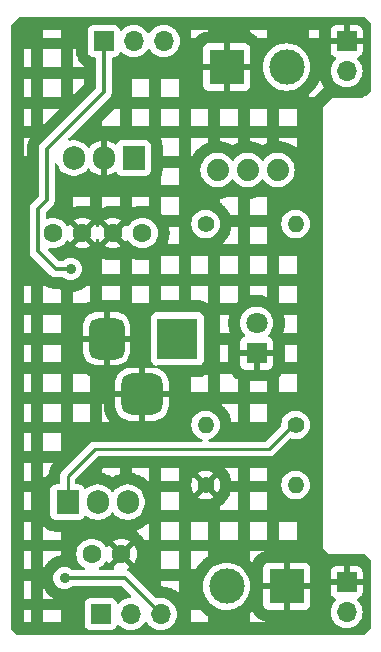
<source format=gbr>
%TF.GenerationSoftware,KiCad,Pcbnew,8.0.1*%
%TF.CreationDate,2024-03-28T07:48:49+11:00*%
%TF.ProjectId,Breadboard Power Supply,42726561-6462-46f6-9172-6420506f7765,rev?*%
%TF.SameCoordinates,Original*%
%TF.FileFunction,Copper,L2,Bot*%
%TF.FilePolarity,Positive*%
%FSLAX46Y46*%
G04 Gerber Fmt 4.6, Leading zero omitted, Abs format (unit mm)*
G04 Created by KiCad (PCBNEW 8.0.1) date 2024-03-28 07:48:49*
%MOMM*%
%LPD*%
G01*
G04 APERTURE LIST*
G04 Aperture macros list*
%AMRoundRect*
0 Rectangle with rounded corners*
0 $1 Rounding radius*
0 $2 $3 $4 $5 $6 $7 $8 $9 X,Y pos of 4 corners*
0 Add a 4 corners polygon primitive as box body*
4,1,4,$2,$3,$4,$5,$6,$7,$8,$9,$2,$3,0*
0 Add four circle primitives for the rounded corners*
1,1,$1+$1,$2,$3*
1,1,$1+$1,$4,$5*
1,1,$1+$1,$6,$7*
1,1,$1+$1,$8,$9*
0 Add four rect primitives between the rounded corners*
20,1,$1+$1,$2,$3,$4,$5,0*
20,1,$1+$1,$4,$5,$6,$7,0*
20,1,$1+$1,$6,$7,$8,$9,0*
20,1,$1+$1,$8,$9,$2,$3,0*%
G04 Aperture macros list end*
%TA.AperFunction,ComponentPad*%
%ADD10C,1.600000*%
%TD*%
%TA.AperFunction,ComponentPad*%
%ADD11R,1.905000X2.000000*%
%TD*%
%TA.AperFunction,ComponentPad*%
%ADD12O,1.905000X2.000000*%
%TD*%
%TA.AperFunction,ComponentPad*%
%ADD13R,1.700000X1.700000*%
%TD*%
%TA.AperFunction,ComponentPad*%
%ADD14O,1.700000X1.700000*%
%TD*%
%TA.AperFunction,ComponentPad*%
%ADD15R,1.800000X1.800000*%
%TD*%
%TA.AperFunction,ComponentPad*%
%ADD16C,1.800000*%
%TD*%
%TA.AperFunction,ComponentPad*%
%ADD17C,1.400000*%
%TD*%
%TA.AperFunction,ComponentPad*%
%ADD18O,1.400000X1.400000*%
%TD*%
%TA.AperFunction,ComponentPad*%
%ADD19R,3.000000X3.000000*%
%TD*%
%TA.AperFunction,ComponentPad*%
%ADD20C,3.000000*%
%TD*%
%TA.AperFunction,ComponentPad*%
%ADD21C,1.879600*%
%TD*%
%TA.AperFunction,ComponentPad*%
%ADD22R,3.500000X3.500000*%
%TD*%
%TA.AperFunction,ComponentPad*%
%ADD23RoundRect,0.750000X-0.750000X-1.000000X0.750000X-1.000000X0.750000X1.000000X-0.750000X1.000000X0*%
%TD*%
%TA.AperFunction,ComponentPad*%
%ADD24RoundRect,0.875000X-0.875000X-0.875000X0.875000X-0.875000X0.875000X0.875000X-0.875000X0.875000X0*%
%TD*%
%TA.AperFunction,ViaPad*%
%ADD25C,0.900000*%
%TD*%
%TA.AperFunction,Conductor*%
%ADD26C,0.350000*%
%TD*%
%TA.AperFunction,Conductor*%
%ADD27C,0.250000*%
%TD*%
G04 APERTURE END LIST*
D10*
%TO.P,C3,1*%
%TO.N,/3.3V*%
X92730000Y-114554000D03*
%TO.P,C3,2*%
%TO.N,GND*%
X95230000Y-114554000D03*
%TD*%
D11*
%TO.P,U1,1,VI*%
%TO.N,/12V*%
X96266000Y-81026000D03*
D12*
%TO.P,U1,2,GND*%
%TO.N,GND*%
X93726000Y-81026000D03*
%TO.P,U1,3,VO*%
%TO.N,/5V*%
X91186000Y-81026000D03*
%TD*%
D13*
%TO.P,J4,1,Pin_1*%
%TO.N,GND*%
X114300000Y-116941600D03*
D14*
%TO.P,J4,2,Pin_2*%
%TO.N,/PWR_output*%
X114300000Y-119481600D03*
%TD*%
D15*
%TO.P,D1,1,K*%
%TO.N,GND*%
X106680000Y-97541000D03*
D16*
%TO.P,D1,2,A*%
%TO.N,Net-(D1-A)*%
X106680000Y-95001000D03*
%TD*%
D17*
%TO.P,R1,1*%
%TO.N,Net-(D1-A)*%
X102362000Y-86614000D03*
D18*
%TO.P,R1,2*%
%TO.N,/12V*%
X109982000Y-86614000D03*
%TD*%
D19*
%TO.P,J3,1,Pin_1*%
%TO.N,GND*%
X109220000Y-117291600D03*
D20*
%TO.P,J3,2,Pin_2*%
%TO.N,/PWR_output*%
X104140000Y-117291600D03*
%TD*%
D10*
%TO.P,C2,1*%
%TO.N,/5V*%
X89428000Y-87376000D03*
%TO.P,C2,2*%
%TO.N,GND*%
X91928000Y-87376000D03*
%TD*%
D17*
%TO.P,R2,1*%
%TO.N,Net-(U2-ADJ)*%
X109982000Y-103632000D03*
D18*
%TO.P,R2,2*%
%TO.N,/3.3V*%
X102362000Y-103632000D03*
%TD*%
D21*
%TO.P,SW1,1,A*%
%TO.N,/12V*%
X108458000Y-82042000D03*
%TO.P,SW1,2,B*%
%TO.N,/PWR_input*%
X105918000Y-82042000D03*
%TO.P,SW1,3,C*%
%TO.N,unconnected-(SW1-C-Pad3)*%
X103378000Y-82042000D03*
%TD*%
D22*
%TO.P,J1,1*%
%TO.N,/PWR_input*%
X99980000Y-96324500D03*
D23*
%TO.P,J1,2*%
%TO.N,GND*%
X93980000Y-96324500D03*
D24*
%TO.P,J1,3*%
X96980000Y-101024500D03*
%TD*%
D19*
%TO.P,J2,1,Pin_1*%
%TO.N,GND*%
X104140000Y-73320000D03*
D20*
%TO.P,J2,2,Pin_2*%
%TO.N,/PWR_output*%
X109220000Y-73320000D03*
%TD*%
D17*
%TO.P,R3,1*%
%TO.N,GND*%
X102362000Y-108712000D03*
D18*
%TO.P,R3,2*%
%TO.N,Net-(U2-ADJ)*%
X109982000Y-108712000D03*
%TD*%
D13*
%TO.P,J7,1,Pin_1*%
%TO.N,/3.3V*%
X93741000Y-71120000D03*
D14*
%TO.P,J7,2,Pin_2*%
%TO.N,/PWR_output*%
X96281000Y-71120000D03*
%TO.P,J7,3,Pin_3*%
%TO.N,/5V*%
X98821000Y-71120000D03*
%TD*%
D13*
%TO.P,J6,1,Pin_1*%
%TO.N,/3.3V*%
X93487000Y-119634000D03*
D14*
%TO.P,J6,2,Pin_2*%
%TO.N,/PWR_output*%
X96027000Y-119634000D03*
%TO.P,J6,3,Pin_3*%
%TO.N,/5V*%
X98567000Y-119634000D03*
%TD*%
D11*
%TO.P,U2,1,ADJ*%
%TO.N,Net-(U2-ADJ)*%
X90678000Y-110165000D03*
D12*
%TO.P,U2,2,VO*%
%TO.N,/3.3V*%
X93218000Y-110165000D03*
%TO.P,U2,3,VI*%
%TO.N,/12V*%
X95758000Y-110165000D03*
%TD*%
D13*
%TO.P,J5,1,Pin_1*%
%TO.N,GND*%
X114300000Y-71120000D03*
D14*
%TO.P,J5,2,Pin_2*%
%TO.N,/PWR_output*%
X114300000Y-73660000D03*
%TD*%
D10*
%TO.P,C1,1*%
%TO.N,/12V*%
X97008000Y-87376000D03*
%TO.P,C1,2*%
%TO.N,GND*%
X94508000Y-87376000D03*
%TD*%
D25*
%TO.N,/5V*%
X90424000Y-116586000D03*
%TO.N,/3.3V*%
X90932000Y-90424000D03*
%TD*%
D26*
%TO.N,/5V*%
X95519000Y-116586000D02*
X98567000Y-119634000D01*
X90424000Y-116586000D02*
X95519000Y-116586000D01*
%TO.N,/3.3V*%
X88900000Y-80264000D02*
X93741000Y-75423000D01*
X88900000Y-84582000D02*
X88900000Y-80264000D01*
X88138000Y-88900000D02*
X88138000Y-85344000D01*
X88138000Y-85344000D02*
X88900000Y-84582000D01*
X89662000Y-90424000D02*
X88138000Y-88900000D01*
X90932000Y-90424000D02*
X89662000Y-90424000D01*
X93741000Y-75423000D02*
X93741000Y-71120000D01*
D27*
%TO.N,Net-(U2-ADJ)*%
X107696000Y-105664000D02*
X109728000Y-103632000D01*
X90678000Y-110165000D02*
X90678000Y-107950000D01*
X90678000Y-107950000D02*
X92964000Y-105664000D01*
X109728000Y-103632000D02*
X109982000Y-103632000D01*
X92964000Y-105664000D02*
X107696000Y-105664000D01*
%TD*%
%TA.AperFunction,Conductor*%
%TO.N,GND*%
G36*
X94830000Y-114606661D02*
G01*
X94857259Y-114708394D01*
X94909920Y-114799606D01*
X94984394Y-114874080D01*
X95075606Y-114926741D01*
X95177339Y-114954000D01*
X95183553Y-114954000D01*
X94504526Y-115633025D01*
X94578647Y-115684926D01*
X94622272Y-115739503D01*
X94629464Y-115809001D01*
X94597941Y-115871356D01*
X94537711Y-115906769D01*
X94507523Y-115910500D01*
X93453347Y-115910500D01*
X93386308Y-115890815D01*
X93340553Y-115838011D01*
X93330609Y-115768853D01*
X93359634Y-115705297D01*
X93382224Y-115684925D01*
X93385426Y-115682683D01*
X93569139Y-115554047D01*
X93730047Y-115393139D01*
X93860568Y-115206734D01*
X93867893Y-115191024D01*
X93914064Y-115138586D01*
X93981257Y-115119433D01*
X94048138Y-115139648D01*
X94092657Y-115191024D01*
X94099864Y-115206480D01*
X94150974Y-115279472D01*
X94830000Y-114600446D01*
X94830000Y-114606661D01*
G37*
%TD.AperFunction*%
%TA.AperFunction,Conductor*%
G36*
X115839677Y-69107685D02*
G01*
X115860319Y-69124319D01*
X116295681Y-69559681D01*
X116329166Y-69621004D01*
X116332000Y-69647362D01*
X116332000Y-75386638D01*
X116312315Y-75453677D01*
X116295681Y-75474319D01*
X116035681Y-75734319D01*
X115974358Y-75767804D01*
X115904666Y-75762820D01*
X115848733Y-75720948D01*
X115840482Y-75698827D01*
X115823999Y-75691999D01*
X115606319Y-75909681D01*
X115544996Y-75943166D01*
X115518638Y-75946000D01*
X113029999Y-75946000D01*
X112268000Y-76707999D01*
X112268000Y-76708000D01*
X112268000Y-114046000D01*
X112776000Y-114554000D01*
X115772638Y-114554000D01*
X115839677Y-114573685D01*
X115860319Y-114590319D01*
X116295681Y-115025681D01*
X116329166Y-115087004D01*
X116332000Y-115113362D01*
X116332000Y-120852638D01*
X116312315Y-120919677D01*
X116295681Y-120940319D01*
X115860319Y-121375681D01*
X115798996Y-121409166D01*
X115772638Y-121412000D01*
X86411362Y-121412000D01*
X86344323Y-121392315D01*
X86323681Y-121375681D01*
X85888319Y-120940319D01*
X85854834Y-120878996D01*
X85852000Y-120852638D01*
X85852000Y-119336000D01*
X86976000Y-119336000D01*
X86976000Y-120288000D01*
X87602000Y-120288000D01*
X87602000Y-119336000D01*
X88600000Y-119336000D01*
X88600000Y-120288000D01*
X90102000Y-120288000D01*
X90102000Y-119336000D01*
X88600000Y-119336000D01*
X87602000Y-119336000D01*
X86976000Y-119336000D01*
X85852000Y-119336000D01*
X85852000Y-116836000D01*
X86976000Y-116836000D01*
X86976000Y-118338000D01*
X87602000Y-118338000D01*
X87602000Y-117282731D01*
X88600000Y-117282731D01*
X88600000Y-118338000D01*
X89568301Y-118338000D01*
X89401316Y-118248745D01*
X89396022Y-118245746D01*
X89364445Y-118226820D01*
X89359304Y-118223565D01*
X89318554Y-118196338D01*
X89313576Y-118192832D01*
X89283993Y-118170892D01*
X89279194Y-118167147D01*
X89096576Y-118017276D01*
X89091967Y-118013301D01*
X89064684Y-117988573D01*
X89060277Y-117984376D01*
X89025624Y-117949723D01*
X89021427Y-117945316D01*
X88996699Y-117918033D01*
X88992724Y-117913424D01*
X88842853Y-117730806D01*
X88839108Y-117726007D01*
X88817168Y-117696424D01*
X88813662Y-117691446D01*
X88786435Y-117650696D01*
X88783180Y-117645555D01*
X88764254Y-117613978D01*
X88761255Y-117608684D01*
X88649893Y-117400339D01*
X88647156Y-117394902D01*
X88631408Y-117361605D01*
X88628941Y-117356038D01*
X88610189Y-117310763D01*
X88607999Y-117305088D01*
X88600000Y-117282731D01*
X87602000Y-117282731D01*
X87602000Y-116836000D01*
X86976000Y-116836000D01*
X85852000Y-116836000D01*
X85852000Y-116586000D01*
X89468901Y-116586000D01*
X89487252Y-116772331D01*
X89487253Y-116772333D01*
X89541604Y-116951502D01*
X89629862Y-117116623D01*
X89629864Y-117116626D01*
X89748642Y-117261357D01*
X89893373Y-117380135D01*
X89893376Y-117380137D01*
X89958313Y-117414846D01*
X90058499Y-117468396D01*
X90206474Y-117513284D01*
X90237666Y-117522746D01*
X90237668Y-117522747D01*
X90254374Y-117524392D01*
X90424000Y-117541099D01*
X90610331Y-117522747D01*
X90789501Y-117468396D01*
X90954625Y-117380136D01*
X91064886Y-117289647D01*
X91129196Y-117262334D01*
X91143551Y-117261500D01*
X95187837Y-117261500D01*
X95254876Y-117281185D01*
X95275518Y-117297819D01*
X96049581Y-118071882D01*
X96083066Y-118133205D01*
X96078082Y-118202897D01*
X96036210Y-118258830D01*
X95972708Y-118283091D01*
X95791596Y-118298936D01*
X95791586Y-118298938D01*
X95563344Y-118360094D01*
X95563335Y-118360098D01*
X95349171Y-118459964D01*
X95349169Y-118459965D01*
X95155600Y-118595503D01*
X95033673Y-118717430D01*
X94972350Y-118750914D01*
X94902658Y-118745930D01*
X94846725Y-118704058D01*
X94829810Y-118673081D01*
X94780797Y-118541671D01*
X94780793Y-118541664D01*
X94694547Y-118426455D01*
X94694544Y-118426452D01*
X94579335Y-118340206D01*
X94579328Y-118340202D01*
X94444482Y-118289908D01*
X94444483Y-118289908D01*
X94384883Y-118283501D01*
X94384881Y-118283500D01*
X94384873Y-118283500D01*
X94384864Y-118283500D01*
X92589129Y-118283500D01*
X92589123Y-118283501D01*
X92529516Y-118289908D01*
X92394671Y-118340202D01*
X92394664Y-118340206D01*
X92279455Y-118426452D01*
X92279452Y-118426455D01*
X92193206Y-118541664D01*
X92193202Y-118541671D01*
X92142908Y-118676517D01*
X92136501Y-118736116D01*
X92136500Y-118736135D01*
X92136500Y-120531870D01*
X92136501Y-120531876D01*
X92142908Y-120591483D01*
X92193202Y-120726328D01*
X92193206Y-120726335D01*
X92279452Y-120841544D01*
X92279455Y-120841547D01*
X92394664Y-120927793D01*
X92394671Y-120927797D01*
X92529517Y-120978091D01*
X92529516Y-120978091D01*
X92536444Y-120978835D01*
X92589127Y-120984500D01*
X94384872Y-120984499D01*
X94444483Y-120978091D01*
X94579331Y-120927796D01*
X94694546Y-120841546D01*
X94780796Y-120726331D01*
X94829810Y-120594916D01*
X94871681Y-120538984D01*
X94937145Y-120514566D01*
X95005418Y-120529417D01*
X95033673Y-120550569D01*
X95155599Y-120672495D01*
X95252384Y-120740265D01*
X95349165Y-120808032D01*
X95349167Y-120808033D01*
X95349170Y-120808035D01*
X95563337Y-120907903D01*
X95791592Y-120969063D01*
X95968034Y-120984500D01*
X96026999Y-120989659D01*
X96027000Y-120989659D01*
X96027001Y-120989659D01*
X96085966Y-120984500D01*
X96262408Y-120969063D01*
X96490663Y-120907903D01*
X96704830Y-120808035D01*
X96898401Y-120672495D01*
X97065495Y-120505401D01*
X97195425Y-120319842D01*
X97250002Y-120276217D01*
X97319500Y-120269023D01*
X97381855Y-120300546D01*
X97398575Y-120319842D01*
X97528500Y-120505395D01*
X97528505Y-120505401D01*
X97695599Y-120672495D01*
X97792384Y-120740265D01*
X97889165Y-120808032D01*
X97889167Y-120808033D01*
X97889170Y-120808035D01*
X98103337Y-120907903D01*
X98331592Y-120969063D01*
X98508034Y-120984500D01*
X98566999Y-120989659D01*
X98567000Y-120989659D01*
X98567001Y-120989659D01*
X98625966Y-120984500D01*
X98802408Y-120969063D01*
X99030663Y-120907903D01*
X99244830Y-120808035D01*
X99438401Y-120672495D01*
X99605495Y-120505401D01*
X99741035Y-120311830D01*
X99840903Y-120097663D01*
X99902063Y-119869408D01*
X99922659Y-119634000D01*
X99902063Y-119398592D01*
X99885292Y-119336000D01*
X101100000Y-119336000D01*
X101100000Y-120288000D01*
X102602000Y-120288000D01*
X106100000Y-120288000D01*
X107602000Y-120288000D01*
X107602000Y-120287224D01*
X107582095Y-120285623D01*
X107578783Y-120285311D01*
X107474931Y-120274145D01*
X107467262Y-120273078D01*
X107421084Y-120265172D01*
X107413499Y-120263628D01*
X107352788Y-120249285D01*
X107345305Y-120247268D01*
X107300436Y-120233658D01*
X107293096Y-120231179D01*
X107095739Y-120157570D01*
X107087559Y-120154181D01*
X107038823Y-120131923D01*
X107030909Y-120127962D01*
X106968319Y-120093785D01*
X106960705Y-120089267D01*
X106915638Y-120060303D01*
X106908368Y-120055255D01*
X106736184Y-119926357D01*
X106729293Y-119920804D01*
X106688808Y-119885724D01*
X106682329Y-119879692D01*
X106631908Y-119829271D01*
X106625876Y-119822792D01*
X106590796Y-119782307D01*
X106585243Y-119775416D01*
X106456345Y-119603232D01*
X106451297Y-119595962D01*
X106422333Y-119550895D01*
X106417815Y-119543281D01*
X106384134Y-119481600D01*
X112944341Y-119481600D01*
X112964936Y-119717003D01*
X112964938Y-119717013D01*
X113026094Y-119945255D01*
X113026096Y-119945259D01*
X113026097Y-119945263D01*
X113097163Y-120097664D01*
X113125965Y-120159430D01*
X113125967Y-120159434D01*
X113214108Y-120285311D01*
X113261505Y-120353001D01*
X113428599Y-120520095D01*
X113525384Y-120587865D01*
X113622165Y-120655632D01*
X113622167Y-120655633D01*
X113622170Y-120655635D01*
X113836337Y-120755503D01*
X114064592Y-120816663D01*
X114252918Y-120833139D01*
X114299999Y-120837259D01*
X114300000Y-120837259D01*
X114300001Y-120837259D01*
X114339234Y-120833826D01*
X114535408Y-120816663D01*
X114763663Y-120755503D01*
X114977830Y-120655635D01*
X115171401Y-120520095D01*
X115338495Y-120353001D01*
X115474035Y-120159430D01*
X115573903Y-119945263D01*
X115635063Y-119717008D01*
X115655659Y-119481600D01*
X115655579Y-119480691D01*
X115642920Y-119336000D01*
X115635063Y-119246192D01*
X115573903Y-119017937D01*
X115474035Y-118803771D01*
X115445206Y-118762599D01*
X115338496Y-118610200D01*
X115323797Y-118595501D01*
X115216179Y-118487883D01*
X115182696Y-118426563D01*
X115187680Y-118356871D01*
X115229551Y-118300937D01*
X115260529Y-118284022D01*
X115392086Y-118234954D01*
X115392093Y-118234950D01*
X115507187Y-118148790D01*
X115507190Y-118148787D01*
X115593350Y-118033693D01*
X115593354Y-118033686D01*
X115643596Y-117898979D01*
X115643598Y-117898972D01*
X115649999Y-117839444D01*
X115650000Y-117839427D01*
X115650000Y-117191600D01*
X114733012Y-117191600D01*
X114765925Y-117134593D01*
X114800000Y-117007426D01*
X114800000Y-116875774D01*
X114765925Y-116748607D01*
X114733012Y-116691600D01*
X115650000Y-116691600D01*
X115650000Y-116043772D01*
X115649999Y-116043755D01*
X115643598Y-115984227D01*
X115643596Y-115984220D01*
X115593354Y-115849513D01*
X115593350Y-115849506D01*
X115507190Y-115734412D01*
X115507187Y-115734409D01*
X115392093Y-115648249D01*
X115392086Y-115648245D01*
X115257379Y-115598003D01*
X115257372Y-115598001D01*
X115197844Y-115591600D01*
X114550000Y-115591600D01*
X114550000Y-116508588D01*
X114492993Y-116475675D01*
X114365826Y-116441600D01*
X114234174Y-116441600D01*
X114107007Y-116475675D01*
X114050000Y-116508588D01*
X114050000Y-115591600D01*
X113402155Y-115591600D01*
X113342627Y-115598001D01*
X113342620Y-115598003D01*
X113207913Y-115648245D01*
X113207906Y-115648249D01*
X113092812Y-115734409D01*
X113092809Y-115734412D01*
X113006649Y-115849506D01*
X113006645Y-115849513D01*
X112956403Y-115984220D01*
X112956401Y-115984227D01*
X112950000Y-116043755D01*
X112950000Y-116691600D01*
X113866988Y-116691600D01*
X113834075Y-116748607D01*
X113800000Y-116875774D01*
X113800000Y-117007426D01*
X113834075Y-117134593D01*
X113866988Y-117191600D01*
X112950000Y-117191600D01*
X112950000Y-117839444D01*
X112956401Y-117898972D01*
X112956403Y-117898979D01*
X113006645Y-118033686D01*
X113006649Y-118033693D01*
X113092809Y-118148787D01*
X113092812Y-118148790D01*
X113207906Y-118234950D01*
X113207913Y-118234954D01*
X113339470Y-118284021D01*
X113395403Y-118325892D01*
X113419821Y-118391356D01*
X113404970Y-118459629D01*
X113383819Y-118487884D01*
X113261503Y-118610200D01*
X113125965Y-118803769D01*
X113125964Y-118803771D01*
X113026098Y-119017935D01*
X113026094Y-119017944D01*
X112964938Y-119246186D01*
X112964936Y-119246196D01*
X112944341Y-119481599D01*
X112944341Y-119481600D01*
X106384134Y-119481600D01*
X106383638Y-119480691D01*
X106379677Y-119472777D01*
X106357419Y-119424041D01*
X106354030Y-119415861D01*
X106327469Y-119344649D01*
X106146484Y-119525635D01*
X106143299Y-119528708D01*
X106123692Y-119546963D01*
X106120395Y-119549925D01*
X106100000Y-119567596D01*
X106100000Y-120288000D01*
X102602000Y-120288000D01*
X102602000Y-119868185D01*
X102561747Y-119846206D01*
X102557898Y-119844014D01*
X102534853Y-119830340D01*
X102531083Y-119828011D01*
X102501107Y-119808744D01*
X102497430Y-119806287D01*
X102475450Y-119791025D01*
X102471863Y-119788438D01*
X102214268Y-119595605D01*
X102210776Y-119592893D01*
X102189934Y-119576099D01*
X102186537Y-119573260D01*
X102159605Y-119549925D01*
X102156308Y-119546963D01*
X102136701Y-119528708D01*
X102133516Y-119525635D01*
X101943881Y-119336000D01*
X101100000Y-119336000D01*
X99885292Y-119336000D01*
X99840903Y-119170337D01*
X99741035Y-118956171D01*
X99659303Y-118839444D01*
X99605494Y-118762597D01*
X99438402Y-118595506D01*
X99438395Y-118595501D01*
X99244834Y-118459967D01*
X99244830Y-118459965D01*
X99173199Y-118426563D01*
X99030663Y-118360097D01*
X99030659Y-118360096D01*
X99030655Y-118360094D01*
X98802413Y-118298938D01*
X98802403Y-118298936D01*
X98567001Y-118278341D01*
X98566999Y-118278341D01*
X98331596Y-118298936D01*
X98331583Y-118298939D01*
X98286893Y-118310913D01*
X98217043Y-118309249D01*
X98167120Y-118278819D01*
X96724302Y-116836000D01*
X98600000Y-116836000D01*
X98600000Y-117280712D01*
X98626890Y-117281887D01*
X98632287Y-117282241D01*
X98911084Y-117306633D01*
X98916461Y-117307222D01*
X98948904Y-117311493D01*
X98954251Y-117312316D01*
X98997146Y-117319879D01*
X99002454Y-117320934D01*
X99034412Y-117328019D01*
X99039666Y-117329305D01*
X99310008Y-117401741D01*
X99315205Y-117403256D01*
X99346440Y-117413105D01*
X99351568Y-117414846D01*
X99392500Y-117429747D01*
X99397535Y-117431705D01*
X99427756Y-117444223D01*
X99432708Y-117446402D01*
X99686337Y-117564672D01*
X99691188Y-117567064D01*
X99720209Y-117582171D01*
X99724949Y-117584771D01*
X99762673Y-117606549D01*
X99767302Y-117609358D01*
X99794916Y-117626950D01*
X99799415Y-117629956D01*
X100028678Y-117790488D01*
X100033042Y-117793689D01*
X100059022Y-117813625D01*
X100063243Y-117817012D01*
X100096610Y-117845012D01*
X100100678Y-117848580D01*
X100102000Y-117849791D01*
X100102000Y-117291601D01*
X102134390Y-117291601D01*
X102154804Y-117577033D01*
X102215628Y-117856637D01*
X102215630Y-117856643D01*
X102215631Y-117856646D01*
X102288345Y-118051600D01*
X102315635Y-118124766D01*
X102452770Y-118375909D01*
X102452775Y-118375917D01*
X102624254Y-118604987D01*
X102624270Y-118605005D01*
X102826594Y-118807329D01*
X102826612Y-118807345D01*
X103055682Y-118978824D01*
X103055690Y-118978829D01*
X103306833Y-119115964D01*
X103306832Y-119115964D01*
X103306836Y-119115965D01*
X103306839Y-119115967D01*
X103574954Y-119215969D01*
X103574960Y-119215970D01*
X103574962Y-119215971D01*
X103854566Y-119276795D01*
X103854568Y-119276795D01*
X103854572Y-119276796D01*
X104108220Y-119294937D01*
X104139999Y-119297210D01*
X104140000Y-119297210D01*
X104140001Y-119297210D01*
X104168595Y-119295164D01*
X104425428Y-119276796D01*
X104566095Y-119246196D01*
X104705037Y-119215971D01*
X104705037Y-119215970D01*
X104705046Y-119215969D01*
X104973161Y-119115967D01*
X105224315Y-118978826D01*
X105410508Y-118839444D01*
X107220000Y-118839444D01*
X107226401Y-118898972D01*
X107226403Y-118898979D01*
X107276645Y-119033686D01*
X107276649Y-119033693D01*
X107362809Y-119148787D01*
X107362812Y-119148790D01*
X107477906Y-119234950D01*
X107477913Y-119234954D01*
X107612620Y-119285196D01*
X107612627Y-119285198D01*
X107672155Y-119291599D01*
X107672172Y-119291600D01*
X108970000Y-119291600D01*
X108970000Y-118010664D01*
X108998316Y-118022393D01*
X109145147Y-118051600D01*
X109294853Y-118051600D01*
X109441684Y-118022393D01*
X109470000Y-118010664D01*
X109470000Y-119291600D01*
X110767828Y-119291600D01*
X110767844Y-119291599D01*
X110827372Y-119285198D01*
X110827379Y-119285196D01*
X110962086Y-119234954D01*
X110962093Y-119234950D01*
X111077187Y-119148790D01*
X111077190Y-119148787D01*
X111163350Y-119033693D01*
X111163354Y-119033686D01*
X111213596Y-118898979D01*
X111213598Y-118898972D01*
X111219999Y-118839444D01*
X111220000Y-118839427D01*
X111220000Y-117541600D01*
X109939064Y-117541600D01*
X109950793Y-117513284D01*
X109980000Y-117366453D01*
X109980000Y-117216747D01*
X109950793Y-117069916D01*
X109939064Y-117041600D01*
X111220000Y-117041600D01*
X111220000Y-115743772D01*
X111219999Y-115743755D01*
X111213598Y-115684227D01*
X111213596Y-115684220D01*
X111163354Y-115549513D01*
X111163350Y-115549506D01*
X111077190Y-115434412D01*
X111077187Y-115434409D01*
X110962093Y-115348249D01*
X110962086Y-115348245D01*
X110827379Y-115298003D01*
X110827372Y-115298001D01*
X110767844Y-115291600D01*
X109470000Y-115291600D01*
X109470000Y-116572535D01*
X109441684Y-116560807D01*
X109294853Y-116531600D01*
X109145147Y-116531600D01*
X108998316Y-116560807D01*
X108970000Y-116572535D01*
X108970000Y-115291600D01*
X107672155Y-115291600D01*
X107612627Y-115298001D01*
X107612620Y-115298003D01*
X107477913Y-115348245D01*
X107477906Y-115348249D01*
X107362812Y-115434409D01*
X107362809Y-115434412D01*
X107276649Y-115549506D01*
X107276645Y-115549513D01*
X107226403Y-115684220D01*
X107226401Y-115684227D01*
X107220000Y-115743755D01*
X107220000Y-117041600D01*
X108500936Y-117041600D01*
X108489207Y-117069916D01*
X108460000Y-117216747D01*
X108460000Y-117366453D01*
X108489207Y-117513284D01*
X108500936Y-117541600D01*
X107220000Y-117541600D01*
X107220000Y-118839444D01*
X105410508Y-118839444D01*
X105453395Y-118807339D01*
X105655739Y-118604995D01*
X105827226Y-118375915D01*
X105964367Y-118124761D01*
X106064369Y-117856646D01*
X106125196Y-117577028D01*
X106145610Y-117291600D01*
X106125196Y-117006172D01*
X106113303Y-116951502D01*
X106064371Y-116726562D01*
X106064370Y-116726560D01*
X106064369Y-116726554D01*
X105964367Y-116458439D01*
X105932275Y-116399668D01*
X105827229Y-116207290D01*
X105827224Y-116207282D01*
X105655745Y-115978212D01*
X105655729Y-115978194D01*
X105453405Y-115775870D01*
X105453387Y-115775854D01*
X105224317Y-115604375D01*
X105224309Y-115604370D01*
X104973166Y-115467235D01*
X104973167Y-115467235D01*
X104774513Y-115393141D01*
X104705046Y-115367231D01*
X104705043Y-115367230D01*
X104705037Y-115367228D01*
X104425433Y-115306404D01*
X104140001Y-115285990D01*
X104139999Y-115285990D01*
X103854566Y-115306404D01*
X103574962Y-115367228D01*
X103306833Y-115467235D01*
X103055690Y-115604370D01*
X103055682Y-115604375D01*
X102826612Y-115775854D01*
X102826594Y-115775870D01*
X102624270Y-115978194D01*
X102624254Y-115978212D01*
X102452775Y-116207282D01*
X102452770Y-116207290D01*
X102315635Y-116458433D01*
X102215628Y-116726562D01*
X102154804Y-117006166D01*
X102134390Y-117291598D01*
X102134390Y-117291601D01*
X100102000Y-117291601D01*
X100102000Y-116836000D01*
X98600000Y-116836000D01*
X96724302Y-116836000D01*
X95949609Y-116061307D01*
X95949605Y-116061304D01*
X95838975Y-115987383D01*
X95838970Y-115987381D01*
X95838969Y-115987380D01*
X95810083Y-115975415D01*
X95777978Y-115962116D01*
X95723575Y-115918274D01*
X95701511Y-115851979D01*
X95718791Y-115784280D01*
X95769929Y-115736670D01*
X95773028Y-115735172D01*
X95882482Y-115684133D01*
X95955471Y-115633024D01*
X95276447Y-114954000D01*
X95282661Y-114954000D01*
X95384394Y-114926741D01*
X95475606Y-114874080D01*
X95550080Y-114799606D01*
X95602741Y-114708394D01*
X95630000Y-114606661D01*
X95630000Y-114600447D01*
X96309024Y-115279471D01*
X96360136Y-115206478D01*
X96456264Y-115000331D01*
X96456269Y-115000317D01*
X96515139Y-114780610D01*
X96515141Y-114780599D01*
X96534966Y-114554000D01*
X96534966Y-114553997D01*
X96515893Y-114336000D01*
X98600000Y-114336000D01*
X98600000Y-115838000D01*
X100102000Y-115838000D01*
X100102000Y-114336000D01*
X101100000Y-114336000D01*
X101100000Y-115838000D01*
X101517328Y-115838000D01*
X101585394Y-115713347D01*
X101587586Y-115709498D01*
X101601260Y-115686453D01*
X101603589Y-115682683D01*
X101622856Y-115652707D01*
X101625313Y-115649030D01*
X101640575Y-115627050D01*
X101643162Y-115623463D01*
X101835995Y-115365868D01*
X101838707Y-115362376D01*
X101855501Y-115341534D01*
X101858340Y-115338137D01*
X101881675Y-115311205D01*
X101884637Y-115307908D01*
X101902892Y-115288301D01*
X101905965Y-115285116D01*
X102133516Y-115057565D01*
X102136701Y-115054492D01*
X102156308Y-115036237D01*
X102159605Y-115033275D01*
X102186537Y-115009940D01*
X102189934Y-115007101D01*
X102210776Y-114990307D01*
X102214268Y-114987595D01*
X102471863Y-114794762D01*
X102475450Y-114792175D01*
X102497430Y-114776913D01*
X102501107Y-114774456D01*
X102531083Y-114755189D01*
X102534853Y-114752860D01*
X102557898Y-114739186D01*
X102561747Y-114736994D01*
X102602000Y-114715013D01*
X102602000Y-114336000D01*
X106100000Y-114336000D01*
X106100000Y-115015603D01*
X106120395Y-115033275D01*
X106123692Y-115036237D01*
X106143299Y-115054492D01*
X106146484Y-115057565D01*
X106327469Y-115238550D01*
X106354030Y-115167339D01*
X106357419Y-115159159D01*
X106379677Y-115110423D01*
X106383638Y-115102509D01*
X106417815Y-115039919D01*
X106422333Y-115032305D01*
X106451297Y-114987238D01*
X106456345Y-114979968D01*
X106585243Y-114807784D01*
X106590796Y-114800893D01*
X106625876Y-114760408D01*
X106631908Y-114753929D01*
X106682329Y-114703508D01*
X106688808Y-114697476D01*
X106729293Y-114662396D01*
X106736184Y-114656843D01*
X106908368Y-114527945D01*
X106915638Y-114522897D01*
X106960705Y-114493933D01*
X106968319Y-114489415D01*
X107030909Y-114455238D01*
X107038823Y-114451277D01*
X107087559Y-114429019D01*
X107095739Y-114425630D01*
X107293096Y-114352021D01*
X107300436Y-114349542D01*
X107345081Y-114336000D01*
X106100000Y-114336000D01*
X102602000Y-114336000D01*
X101100000Y-114336000D01*
X100102000Y-114336000D01*
X98600000Y-114336000D01*
X96515893Y-114336000D01*
X96515141Y-114327400D01*
X96515139Y-114327389D01*
X96456269Y-114107682D01*
X96456264Y-114107668D01*
X96360136Y-113901521D01*
X96360132Y-113901513D01*
X96309025Y-113828526D01*
X95630000Y-114507551D01*
X95630000Y-114501339D01*
X95602741Y-114399606D01*
X95550080Y-114308394D01*
X95475606Y-114233920D01*
X95384394Y-114181259D01*
X95282661Y-114154000D01*
X95276448Y-114154000D01*
X95955472Y-113474974D01*
X95882478Y-113423863D01*
X95676331Y-113327735D01*
X95676317Y-113327730D01*
X95456610Y-113268860D01*
X95456599Y-113268858D01*
X95230002Y-113249034D01*
X95229998Y-113249034D01*
X95003400Y-113268858D01*
X95003389Y-113268860D01*
X94783682Y-113327730D01*
X94783673Y-113327734D01*
X94577516Y-113423866D01*
X94577512Y-113423868D01*
X94504526Y-113474973D01*
X94504526Y-113474974D01*
X95183553Y-114154000D01*
X95177339Y-114154000D01*
X95075606Y-114181259D01*
X94984394Y-114233920D01*
X94909920Y-114308394D01*
X94857259Y-114399606D01*
X94830000Y-114501339D01*
X94830000Y-114507552D01*
X94150974Y-113828526D01*
X94150973Y-113828526D01*
X94099868Y-113901512D01*
X94099867Y-113901514D01*
X94092656Y-113916979D01*
X94046482Y-113969417D01*
X93979288Y-113988567D01*
X93912407Y-113968350D01*
X93867893Y-113916976D01*
X93860568Y-113901266D01*
X93730047Y-113714861D01*
X93730045Y-113714858D01*
X93569141Y-113553954D01*
X93382734Y-113423432D01*
X93382732Y-113423431D01*
X93176497Y-113327261D01*
X93176488Y-113327258D01*
X92956697Y-113268366D01*
X92956693Y-113268365D01*
X92956692Y-113268365D01*
X92956691Y-113268364D01*
X92956686Y-113268364D01*
X92730002Y-113248532D01*
X92729998Y-113248532D01*
X92503313Y-113268364D01*
X92503302Y-113268366D01*
X92283511Y-113327258D01*
X92283502Y-113327261D01*
X92077267Y-113423431D01*
X92077265Y-113423432D01*
X91890858Y-113553954D01*
X91729954Y-113714858D01*
X91599432Y-113901265D01*
X91599431Y-113901267D01*
X91503261Y-114107502D01*
X91503258Y-114107511D01*
X91444366Y-114327302D01*
X91444364Y-114327313D01*
X91424532Y-114553998D01*
X91424532Y-114554000D01*
X91444364Y-114780686D01*
X91444366Y-114780697D01*
X91503258Y-115000488D01*
X91503261Y-115000497D01*
X91599431Y-115206732D01*
X91599432Y-115206734D01*
X91729954Y-115393141D01*
X91890858Y-115554045D01*
X91890861Y-115554047D01*
X92026830Y-115649253D01*
X92077776Y-115684925D01*
X92121401Y-115739501D01*
X92128595Y-115809000D01*
X92097073Y-115871355D01*
X92036843Y-115906769D01*
X92006653Y-115910500D01*
X91143551Y-115910500D01*
X91076512Y-115890815D01*
X91064886Y-115882353D01*
X90954626Y-115791864D01*
X90954623Y-115791862D01*
X90789502Y-115703604D01*
X90610333Y-115649253D01*
X90610331Y-115649252D01*
X90424000Y-115630901D01*
X90237668Y-115649252D01*
X90237666Y-115649253D01*
X90058497Y-115703604D01*
X89893376Y-115791862D01*
X89893373Y-115791864D01*
X89748642Y-115910642D01*
X89629864Y-116055373D01*
X89629862Y-116055376D01*
X89541604Y-116220497D01*
X89487253Y-116399666D01*
X89487252Y-116399668D01*
X89468901Y-116586000D01*
X85852000Y-116586000D01*
X85852000Y-114336000D01*
X86976000Y-114336000D01*
X86976000Y-115838000D01*
X87602000Y-115838000D01*
X87602000Y-114336000D01*
X88600000Y-114336000D01*
X88600000Y-115838000D01*
X88619813Y-115838000D01*
X88628941Y-115815962D01*
X88631408Y-115810395D01*
X88647156Y-115777098D01*
X88649893Y-115771661D01*
X88761255Y-115563316D01*
X88764254Y-115558022D01*
X88783180Y-115526445D01*
X88786435Y-115521304D01*
X88813662Y-115480554D01*
X88817168Y-115475576D01*
X88839108Y-115445993D01*
X88842853Y-115441194D01*
X88992724Y-115258576D01*
X88996699Y-115253967D01*
X89021427Y-115226684D01*
X89025624Y-115222277D01*
X89060277Y-115187624D01*
X89064684Y-115183427D01*
X89091967Y-115158699D01*
X89096576Y-115154724D01*
X89279194Y-115004853D01*
X89283993Y-115001108D01*
X89313576Y-114979168D01*
X89318554Y-114975662D01*
X89359304Y-114948435D01*
X89364445Y-114945180D01*
X89396022Y-114926254D01*
X89401316Y-114923255D01*
X89609661Y-114811893D01*
X89615098Y-114809156D01*
X89648395Y-114793408D01*
X89653962Y-114790941D01*
X89699237Y-114772189D01*
X89704912Y-114769999D01*
X89739571Y-114757598D01*
X89745349Y-114755690D01*
X89971408Y-114687115D01*
X89977274Y-114685491D01*
X90012988Y-114676545D01*
X90018926Y-114675212D01*
X90066991Y-114665651D01*
X90072985Y-114664611D01*
X90102000Y-114660306D01*
X90102000Y-114336000D01*
X88600000Y-114336000D01*
X87602000Y-114336000D01*
X86976000Y-114336000D01*
X85852000Y-114336000D01*
X85852000Y-111836000D01*
X86976000Y-111836000D01*
X86976000Y-113338000D01*
X87602000Y-113338000D01*
X87602000Y-112160750D01*
X88600000Y-112160750D01*
X88600000Y-113338000D01*
X90102000Y-113338000D01*
X90102000Y-112663499D01*
X89664252Y-112663500D01*
X89660928Y-112663455D01*
X89640826Y-112662916D01*
X89637506Y-112662783D01*
X89610820Y-112661351D01*
X89607511Y-112661129D01*
X89587518Y-112659519D01*
X89584215Y-112659208D01*
X89480325Y-112648038D01*
X89472657Y-112646971D01*
X89426471Y-112639064D01*
X89418881Y-112637519D01*
X89358170Y-112623174D01*
X89350691Y-112621158D01*
X89305828Y-112607550D01*
X89298488Y-112605071D01*
X89224144Y-112577343D01*
X96411365Y-112577343D01*
X96432579Y-112590858D01*
X96437077Y-112593863D01*
X96711470Y-112785997D01*
X96747733Y-112825572D01*
X96824852Y-112959147D01*
X96958424Y-113036264D01*
X96997999Y-113072527D01*
X97183888Y-113338000D01*
X97602000Y-113338000D01*
X97602000Y-111836000D01*
X98600000Y-111836000D01*
X98600000Y-113338000D01*
X100102000Y-113338000D01*
X100102000Y-111836000D01*
X101100000Y-111836000D01*
X101100000Y-113338000D01*
X102602000Y-113338000D01*
X102602000Y-111836000D01*
X103600000Y-111836000D01*
X103600000Y-113338000D01*
X105102000Y-113338000D01*
X105102000Y-111836000D01*
X106100000Y-111836000D01*
X106100000Y-113338000D01*
X107602000Y-113338000D01*
X107602000Y-111836000D01*
X108600000Y-111836000D01*
X108600000Y-113338000D01*
X110102000Y-113338000D01*
X110102000Y-111836000D01*
X108600000Y-111836000D01*
X107602000Y-111836000D01*
X106100000Y-111836000D01*
X105102000Y-111836000D01*
X103600000Y-111836000D01*
X102602000Y-111836000D01*
X101100000Y-111836000D01*
X100102000Y-111836000D01*
X98600000Y-111836000D01*
X97602000Y-111836000D01*
X97599740Y-111836000D01*
X97589210Y-111847391D01*
X97585836Y-111850900D01*
X97396400Y-112040336D01*
X97392891Y-112043710D01*
X97371263Y-112063703D01*
X97367623Y-112066938D01*
X97337816Y-112092396D01*
X97334053Y-112095484D01*
X97310919Y-112113722D01*
X97307036Y-112116662D01*
X97090291Y-112274137D01*
X97086295Y-112276922D01*
X97061798Y-112293290D01*
X97057697Y-112295915D01*
X97024273Y-112316397D01*
X97020072Y-112318859D01*
X96994376Y-112333249D01*
X96990083Y-112335544D01*
X96751381Y-112457169D01*
X96747002Y-112459293D01*
X96720260Y-112471622D01*
X96715799Y-112473573D01*
X96679583Y-112488575D01*
X96675049Y-112490350D01*
X96647405Y-112500549D01*
X96642802Y-112502145D01*
X96411365Y-112577343D01*
X89224144Y-112577343D01*
X89100998Y-112531413D01*
X89092818Y-112528025D01*
X89044081Y-112505767D01*
X89036167Y-112501805D01*
X88973577Y-112467628D01*
X88965963Y-112463110D01*
X88920896Y-112434146D01*
X88913626Y-112429098D01*
X88741327Y-112300114D01*
X88734436Y-112294561D01*
X88693951Y-112259481D01*
X88687472Y-112253449D01*
X88637051Y-112203028D01*
X88631019Y-112196549D01*
X88600000Y-112160750D01*
X87602000Y-112160750D01*
X87602000Y-111836000D01*
X86976000Y-111836000D01*
X85852000Y-111836000D01*
X85852000Y-111212870D01*
X89225000Y-111212870D01*
X89225001Y-111212876D01*
X89231408Y-111272483D01*
X89281702Y-111407328D01*
X89281706Y-111407335D01*
X89367952Y-111522544D01*
X89367955Y-111522547D01*
X89483164Y-111608793D01*
X89483171Y-111608797D01*
X89618017Y-111659091D01*
X89618016Y-111659091D01*
X89624944Y-111659835D01*
X89677627Y-111665500D01*
X91678372Y-111665499D01*
X91737983Y-111659091D01*
X91872831Y-111608796D01*
X91988046Y-111522546D01*
X92074296Y-111407331D01*
X92084690Y-111379460D01*
X92126560Y-111323527D01*
X92192023Y-111299108D01*
X92260297Y-111313958D01*
X92273746Y-111322465D01*
X92456462Y-111455217D01*
X92588599Y-111522544D01*
X92660244Y-111559049D01*
X92877751Y-111629721D01*
X92877752Y-111629721D01*
X92877755Y-111629722D01*
X93103646Y-111665500D01*
X93103647Y-111665500D01*
X93332353Y-111665500D01*
X93332354Y-111665500D01*
X93558245Y-111629722D01*
X93558248Y-111629721D01*
X93558249Y-111629721D01*
X93775755Y-111559049D01*
X93775755Y-111559048D01*
X93775758Y-111559048D01*
X93979538Y-111455217D01*
X94164566Y-111320786D01*
X94326286Y-111159066D01*
X94387683Y-111074559D01*
X94443012Y-111031896D01*
X94512625Y-111025917D01*
X94574420Y-111058523D01*
X94588314Y-111074556D01*
X94649714Y-111159066D01*
X94811434Y-111320786D01*
X94996462Y-111455217D01*
X95128599Y-111522544D01*
X95200244Y-111559049D01*
X95417751Y-111629721D01*
X95417752Y-111629721D01*
X95417755Y-111629722D01*
X95643646Y-111665500D01*
X95643647Y-111665500D01*
X95872353Y-111665500D01*
X95872354Y-111665500D01*
X96098245Y-111629722D01*
X96098248Y-111629721D01*
X96098249Y-111629721D01*
X96315755Y-111559049D01*
X96315755Y-111559048D01*
X96315758Y-111559048D01*
X96519538Y-111455217D01*
X96704566Y-111320786D01*
X96866286Y-111159066D01*
X97000717Y-110974038D01*
X97104548Y-110770258D01*
X97175222Y-110552745D01*
X97211000Y-110326854D01*
X97211000Y-110003146D01*
X97175222Y-109777255D01*
X97175221Y-109777251D01*
X97175221Y-109777250D01*
X97104549Y-109559744D01*
X97104548Y-109559742D01*
X97000717Y-109355962D01*
X96986214Y-109336000D01*
X98600000Y-109336000D01*
X98600000Y-110838000D01*
X100102000Y-110838000D01*
X103600000Y-110838000D01*
X105102000Y-110838000D01*
X105102000Y-109336000D01*
X106100000Y-109336000D01*
X106100000Y-110838000D01*
X107602000Y-110838000D01*
X107602000Y-109336000D01*
X106100000Y-109336000D01*
X105102000Y-109336000D01*
X104469696Y-109336000D01*
X104439355Y-109442638D01*
X104437660Y-109448109D01*
X104426647Y-109480968D01*
X104424701Y-109486357D01*
X104408039Y-109529366D01*
X104405848Y-109534657D01*
X104391849Y-109566363D01*
X104389414Y-109571550D01*
X104269725Y-109811917D01*
X104267055Y-109816982D01*
X104250191Y-109847260D01*
X104247287Y-109852202D01*
X104223003Y-109891421D01*
X104219875Y-109896222D01*
X104200283Y-109924821D01*
X104196937Y-109929470D01*
X104035158Y-110143688D01*
X103995287Y-110177980D01*
X103883987Y-110238295D01*
X103777181Y-110406427D01*
X103737792Y-110445364D01*
X103600000Y-110530682D01*
X103600000Y-110838000D01*
X100102000Y-110838000D01*
X100102000Y-109718880D01*
X101708672Y-109718880D01*
X101824821Y-109790797D01*
X101824822Y-109790798D01*
X102032195Y-109871134D01*
X102250807Y-109912000D01*
X102473193Y-109912000D01*
X102691809Y-109871133D01*
X102899168Y-109790801D01*
X102899181Y-109790795D01*
X103015326Y-109718879D01*
X102362001Y-109065553D01*
X102362000Y-109065553D01*
X101708672Y-109718879D01*
X101708672Y-109718880D01*
X100102000Y-109718880D01*
X100102000Y-109336000D01*
X98600000Y-109336000D01*
X96986214Y-109336000D01*
X96866286Y-109170934D01*
X96704566Y-109009214D01*
X96519538Y-108874783D01*
X96465197Y-108847095D01*
X96315755Y-108770950D01*
X96134325Y-108712000D01*
X101156859Y-108712000D01*
X101177378Y-108933439D01*
X101238240Y-109147350D01*
X101337369Y-109346428D01*
X101353137Y-109367308D01*
X101353138Y-109367308D01*
X101962369Y-108758078D01*
X102012000Y-108758078D01*
X102035852Y-108847095D01*
X102081930Y-108926905D01*
X102147095Y-108992070D01*
X102226905Y-109038148D01*
X102315922Y-109062000D01*
X102408078Y-109062000D01*
X102497095Y-109038148D01*
X102576905Y-108992070D01*
X102642070Y-108926905D01*
X102688148Y-108847095D01*
X102712000Y-108758078D01*
X102712000Y-108712000D01*
X102715553Y-108712000D01*
X103370861Y-109367308D01*
X103386631Y-109346425D01*
X103386633Y-109346422D01*
X103485759Y-109147350D01*
X103546621Y-108933439D01*
X103567141Y-108712000D01*
X108776357Y-108712000D01*
X108796884Y-108933535D01*
X108796885Y-108933537D01*
X108857769Y-109147523D01*
X108857775Y-109147538D01*
X108956938Y-109346683D01*
X108956943Y-109346691D01*
X109091020Y-109524238D01*
X109255437Y-109674123D01*
X109255439Y-109674125D01*
X109444595Y-109791245D01*
X109444596Y-109791245D01*
X109444599Y-109791247D01*
X109652060Y-109871618D01*
X109870757Y-109912500D01*
X109870759Y-109912500D01*
X110093241Y-109912500D01*
X110093243Y-109912500D01*
X110311940Y-109871618D01*
X110519401Y-109791247D01*
X110708562Y-109674124D01*
X110872981Y-109524236D01*
X111007058Y-109346689D01*
X111106229Y-109147528D01*
X111167115Y-108933536D01*
X111187643Y-108712000D01*
X111181417Y-108644815D01*
X111167115Y-108490464D01*
X111167114Y-108490462D01*
X111150460Y-108431930D01*
X111106229Y-108276472D01*
X111106224Y-108276461D01*
X111007061Y-108077316D01*
X111007056Y-108077308D01*
X110872979Y-107899761D01*
X110708562Y-107749876D01*
X110708560Y-107749874D01*
X110519404Y-107632754D01*
X110519398Y-107632752D01*
X110311940Y-107552382D01*
X110093243Y-107511500D01*
X109870757Y-107511500D01*
X109652060Y-107552382D01*
X109522717Y-107602490D01*
X109444601Y-107632752D01*
X109444595Y-107632754D01*
X109255439Y-107749874D01*
X109255437Y-107749876D01*
X109091020Y-107899761D01*
X108956943Y-108077308D01*
X108956938Y-108077316D01*
X108857775Y-108276461D01*
X108857769Y-108276476D01*
X108796885Y-108490462D01*
X108796884Y-108490464D01*
X108776357Y-108711999D01*
X108776357Y-108712000D01*
X103567141Y-108712000D01*
X103567141Y-108711999D01*
X103546621Y-108490560D01*
X103485759Y-108276649D01*
X103386635Y-108077580D01*
X103386630Y-108077572D01*
X103370860Y-108056690D01*
X102715553Y-108711999D01*
X102715553Y-108712000D01*
X102712000Y-108712000D01*
X102712000Y-108665922D01*
X102688148Y-108576905D01*
X102642070Y-108497095D01*
X102576905Y-108431930D01*
X102497095Y-108385852D01*
X102408078Y-108362000D01*
X102315922Y-108362000D01*
X102226905Y-108385852D01*
X102147095Y-108431930D01*
X102081930Y-108497095D01*
X102035852Y-108576905D01*
X102012000Y-108665922D01*
X102012000Y-108758078D01*
X101962369Y-108758078D01*
X102008447Y-108712000D01*
X101353138Y-108056691D01*
X101353137Y-108056691D01*
X101337368Y-108077574D01*
X101238240Y-108276649D01*
X101177378Y-108490560D01*
X101156859Y-108711999D01*
X101156859Y-108712000D01*
X96134325Y-108712000D01*
X96098248Y-108700278D01*
X95912812Y-108670908D01*
X95872354Y-108664500D01*
X95643646Y-108664500D01*
X95603188Y-108670908D01*
X95417753Y-108700278D01*
X95417750Y-108700278D01*
X95200244Y-108770950D01*
X94996461Y-108874783D01*
X94915594Y-108933537D01*
X94811434Y-109009214D01*
X94811432Y-109009216D01*
X94811431Y-109009216D01*
X94649715Y-109170932D01*
X94588318Y-109255438D01*
X94532987Y-109298103D01*
X94463374Y-109304082D01*
X94401579Y-109271476D01*
X94387682Y-109255438D01*
X94376773Y-109240423D01*
X94326286Y-109170934D01*
X94164566Y-109009214D01*
X93979538Y-108874783D01*
X93925197Y-108847095D01*
X93775755Y-108770950D01*
X93558248Y-108700278D01*
X93372812Y-108670908D01*
X93332354Y-108664500D01*
X93103646Y-108664500D01*
X93063188Y-108670908D01*
X92877753Y-108700278D01*
X92877750Y-108700278D01*
X92660244Y-108770950D01*
X92456461Y-108874783D01*
X92273759Y-109007525D01*
X92207952Y-109031005D01*
X92139898Y-109015180D01*
X92091203Y-108965074D01*
X92084690Y-108950538D01*
X92074296Y-108922669D01*
X92074293Y-108922664D01*
X91988047Y-108807455D01*
X91988044Y-108807452D01*
X91872835Y-108721206D01*
X91872828Y-108721202D01*
X91737982Y-108670908D01*
X91737983Y-108670908D01*
X91678383Y-108664501D01*
X91678381Y-108664500D01*
X91678373Y-108664500D01*
X91678365Y-108664500D01*
X91427500Y-108664500D01*
X91360461Y-108644815D01*
X91314706Y-108592011D01*
X91303500Y-108540500D01*
X91303500Y-108260452D01*
X91323185Y-108193413D01*
X91339819Y-108172771D01*
X91816139Y-107696451D01*
X93600000Y-107696451D01*
X93733712Y-107717630D01*
X93738500Y-107718485D01*
X93767363Y-107724225D01*
X93772114Y-107725267D01*
X93810232Y-107734415D01*
X93814949Y-107735645D01*
X93843326Y-107743647D01*
X93847990Y-107745062D01*
X94102802Y-107827855D01*
X94107405Y-107829451D01*
X94135049Y-107839650D01*
X94139583Y-107841425D01*
X94175799Y-107856427D01*
X94180260Y-107858378D01*
X94207002Y-107870707D01*
X94211381Y-107872831D01*
X94450083Y-107994456D01*
X94454376Y-107996751D01*
X94480072Y-108011141D01*
X94484273Y-108013603D01*
X94488000Y-108015886D01*
X94491727Y-108013603D01*
X94495928Y-108011141D01*
X94521624Y-107996751D01*
X94525917Y-107994456D01*
X94764619Y-107872831D01*
X94768998Y-107870707D01*
X94795740Y-107858378D01*
X94800201Y-107856427D01*
X94836417Y-107841425D01*
X94840951Y-107839650D01*
X94868595Y-107829451D01*
X94873198Y-107827855D01*
X95102000Y-107753513D01*
X95102000Y-107287500D01*
X96100000Y-107287500D01*
X96100000Y-107690116D01*
X96273712Y-107717630D01*
X96278500Y-107718485D01*
X96307363Y-107724225D01*
X96312114Y-107725267D01*
X96350232Y-107734415D01*
X96354949Y-107735645D01*
X96383326Y-107743647D01*
X96387990Y-107745062D01*
X96642802Y-107827855D01*
X96647405Y-107829451D01*
X96675049Y-107839650D01*
X96679583Y-107841425D01*
X96715799Y-107856427D01*
X96720260Y-107858378D01*
X96747002Y-107870707D01*
X96751381Y-107872831D01*
X96990083Y-107994456D01*
X96994376Y-107996751D01*
X97020072Y-108011141D01*
X97024273Y-108013603D01*
X97057697Y-108034085D01*
X97061798Y-108036710D01*
X97086295Y-108053078D01*
X97090291Y-108055863D01*
X97307036Y-108213338D01*
X97310919Y-108216278D01*
X97334053Y-108234516D01*
X97337816Y-108237604D01*
X97367623Y-108263062D01*
X97371263Y-108266297D01*
X97392891Y-108286290D01*
X97396400Y-108289664D01*
X97444736Y-108338000D01*
X97602000Y-108338000D01*
X97602000Y-107287500D01*
X98600000Y-107287500D01*
X98600000Y-108338000D01*
X100102000Y-108338000D01*
X100102000Y-107705119D01*
X101708671Y-107705119D01*
X102362000Y-108358447D01*
X102362001Y-108358447D01*
X103015327Y-107705119D01*
X102899178Y-107633202D01*
X102899177Y-107633201D01*
X102691804Y-107552865D01*
X102473193Y-107512000D01*
X102250807Y-107512000D01*
X102032195Y-107552865D01*
X101824824Y-107633200D01*
X101824823Y-107633201D01*
X101708671Y-107705119D01*
X100102000Y-107705119D01*
X100102000Y-107287500D01*
X104040593Y-107287500D01*
X104196946Y-107494541D01*
X104200291Y-107499192D01*
X104219873Y-107527778D01*
X104222999Y-107532574D01*
X104247281Y-107571788D01*
X104250184Y-107576729D01*
X104267052Y-107607012D01*
X104269724Y-107612080D01*
X104389414Y-107852450D01*
X104391849Y-107857637D01*
X104405848Y-107889343D01*
X104408039Y-107894634D01*
X104424701Y-107937643D01*
X104426647Y-107943032D01*
X104437660Y-107975891D01*
X104439355Y-107981363D01*
X104512834Y-108239621D01*
X104514273Y-108245164D01*
X104522205Y-108278889D01*
X104523387Y-108284490D01*
X104531863Y-108329825D01*
X104532786Y-108335483D01*
X104533137Y-108338000D01*
X105102000Y-108338000D01*
X105102000Y-107287500D01*
X106100000Y-107287500D01*
X106100000Y-108338000D01*
X107602000Y-108338000D01*
X107602000Y-107287500D01*
X106100000Y-107287500D01*
X105102000Y-107287500D01*
X104040593Y-107287500D01*
X100102000Y-107287500D01*
X98600000Y-107287500D01*
X97602000Y-107287500D01*
X96100000Y-107287500D01*
X95102000Y-107287500D01*
X93636475Y-107287500D01*
X93600000Y-107323974D01*
X93600000Y-107696451D01*
X91816139Y-107696451D01*
X93186771Y-106325819D01*
X93248094Y-106292334D01*
X93274452Y-106289500D01*
X107757607Y-106289500D01*
X107818029Y-106277481D01*
X107878452Y-106265463D01*
X107878455Y-106265461D01*
X107878458Y-106265461D01*
X107911787Y-106251654D01*
X107911786Y-106251654D01*
X107911792Y-106251652D01*
X107992286Y-106218312D01*
X108043509Y-106184084D01*
X108094733Y-106149858D01*
X108181858Y-106062733D01*
X108181859Y-106062731D01*
X108188925Y-106055665D01*
X108188928Y-106055661D01*
X109451431Y-104793157D01*
X109512752Y-104759674D01*
X109582444Y-104764658D01*
X109583882Y-104765205D01*
X109652060Y-104791618D01*
X109870757Y-104832500D01*
X109870759Y-104832500D01*
X110093241Y-104832500D01*
X110093243Y-104832500D01*
X110311940Y-104791618D01*
X110519401Y-104711247D01*
X110708562Y-104594124D01*
X110872981Y-104444236D01*
X111007058Y-104266689D01*
X111106229Y-104067528D01*
X111167115Y-103853536D01*
X111187643Y-103632000D01*
X111167115Y-103410464D01*
X111106229Y-103196472D01*
X111106224Y-103196461D01*
X111007061Y-102997316D01*
X111007056Y-102997308D01*
X110872979Y-102819761D01*
X110708562Y-102669876D01*
X110708560Y-102669874D01*
X110519404Y-102552754D01*
X110519398Y-102552752D01*
X110311940Y-102472382D01*
X110093243Y-102431500D01*
X109870757Y-102431500D01*
X109652060Y-102472382D01*
X109524222Y-102521907D01*
X109444601Y-102552752D01*
X109444595Y-102552754D01*
X109255439Y-102669874D01*
X109255437Y-102669876D01*
X109091020Y-102819761D01*
X108956943Y-102997308D01*
X108956938Y-102997316D01*
X108857775Y-103196461D01*
X108857769Y-103196476D01*
X108796885Y-103410462D01*
X108796884Y-103410464D01*
X108776357Y-103631998D01*
X108776673Y-103635410D01*
X108776357Y-103637024D01*
X108776357Y-103637732D01*
X108776219Y-103637732D01*
X108763254Y-103703979D01*
X108740882Y-103734526D01*
X107473229Y-105002181D01*
X107411906Y-105035666D01*
X107385548Y-105038500D01*
X102709410Y-105038500D01*
X102642371Y-105018815D01*
X102596616Y-104966011D01*
X102586672Y-104896853D01*
X102615697Y-104833297D01*
X102674475Y-104795523D01*
X102686624Y-104792612D01*
X102689346Y-104792102D01*
X102691940Y-104791618D01*
X102899401Y-104711247D01*
X103088562Y-104594124D01*
X103252981Y-104444236D01*
X103387058Y-104266689D01*
X103486229Y-104067528D01*
X103547115Y-103853536D01*
X103567643Y-103632000D01*
X103547115Y-103410464D01*
X103486229Y-103196472D01*
X103486224Y-103196461D01*
X103387061Y-102997316D01*
X103387056Y-102997308D01*
X103252979Y-102819761D01*
X103088562Y-102669876D01*
X103088560Y-102669874D01*
X102899404Y-102552754D01*
X102899398Y-102552752D01*
X102691940Y-102472382D01*
X102473243Y-102431500D01*
X102250757Y-102431500D01*
X102032060Y-102472382D01*
X101904222Y-102521907D01*
X101824601Y-102552752D01*
X101824595Y-102552754D01*
X101635439Y-102669874D01*
X101635437Y-102669876D01*
X101471020Y-102819761D01*
X101336943Y-102997308D01*
X101336938Y-102997316D01*
X101237775Y-103196461D01*
X101237769Y-103196476D01*
X101176885Y-103410462D01*
X101176884Y-103410464D01*
X101156357Y-103631999D01*
X101156357Y-103632000D01*
X101176884Y-103853535D01*
X101176885Y-103853537D01*
X101237769Y-104067523D01*
X101237775Y-104067538D01*
X101336938Y-104266683D01*
X101336943Y-104266691D01*
X101471020Y-104444238D01*
X101635437Y-104594123D01*
X101635439Y-104594125D01*
X101824595Y-104711245D01*
X101824596Y-104711245D01*
X101824599Y-104711247D01*
X102032060Y-104791618D01*
X102032071Y-104791620D01*
X102037376Y-104792612D01*
X102099657Y-104824280D01*
X102134929Y-104884592D01*
X102131995Y-104954401D01*
X102091786Y-105011540D01*
X102027067Y-105037871D01*
X102014590Y-105038500D01*
X92902389Y-105038500D01*
X92841971Y-105050518D01*
X92798743Y-105059116D01*
X92781546Y-105062537D01*
X92667716Y-105109687D01*
X92667707Y-105109692D01*
X92565268Y-105178140D01*
X92521705Y-105221703D01*
X92478142Y-105265267D01*
X90192144Y-107551264D01*
X90192138Y-107551272D01*
X90123692Y-107653705D01*
X90123684Y-107653719D01*
X90094050Y-107725267D01*
X90090347Y-107734207D01*
X90086437Y-107743647D01*
X90076537Y-107767545D01*
X90076535Y-107767553D01*
X90052500Y-107888389D01*
X90052500Y-108540500D01*
X90032815Y-108607539D01*
X89980011Y-108653294D01*
X89928500Y-108664500D01*
X89677630Y-108664500D01*
X89677623Y-108664501D01*
X89618016Y-108670908D01*
X89483171Y-108721202D01*
X89483164Y-108721206D01*
X89367955Y-108807452D01*
X89367952Y-108807455D01*
X89281706Y-108922664D01*
X89281702Y-108922671D01*
X89231408Y-109057517D01*
X89225001Y-109117116D01*
X89225000Y-109117135D01*
X89225000Y-111212870D01*
X85852000Y-111212870D01*
X85852000Y-109336000D01*
X86976000Y-109336000D01*
X86976000Y-110838000D01*
X87602000Y-110838000D01*
X87602000Y-109336000D01*
X86976000Y-109336000D01*
X85852000Y-109336000D01*
X85852000Y-106836000D01*
X86976000Y-106836000D01*
X86976000Y-108338000D01*
X87602000Y-108338000D01*
X87602000Y-106836000D01*
X88600000Y-106836000D01*
X88600000Y-108169249D01*
X88631019Y-108133451D01*
X88637051Y-108126972D01*
X88687472Y-108076551D01*
X88693951Y-108070519D01*
X88734436Y-108035439D01*
X88741327Y-108029886D01*
X88913626Y-107900902D01*
X88920896Y-107895854D01*
X88965963Y-107866890D01*
X88973577Y-107862372D01*
X89036167Y-107828195D01*
X89044081Y-107824233D01*
X89056642Y-107818496D01*
X89056903Y-107814964D01*
X89061706Y-107766195D01*
X89062451Y-107760154D01*
X89067854Y-107723728D01*
X89068895Y-107717731D01*
X89102491Y-107548829D01*
X89103824Y-107542892D01*
X89112766Y-107507192D01*
X89114387Y-107501332D01*
X89128611Y-107454432D01*
X89130521Y-107448649D01*
X89142934Y-107413954D01*
X89145127Y-107408270D01*
X89168320Y-107352280D01*
X89211028Y-107249168D01*
X89213494Y-107243604D01*
X89229235Y-107210321D01*
X89231973Y-107204883D01*
X89255076Y-107161660D01*
X89258074Y-107156367D01*
X89277011Y-107124771D01*
X89280270Y-107119625D01*
X89375959Y-106976420D01*
X89379464Y-106971443D01*
X89401407Y-106941858D01*
X89405153Y-106937058D01*
X89436242Y-106899179D01*
X89440216Y-106894573D01*
X89464935Y-106867301D01*
X89469130Y-106862895D01*
X89496025Y-106836000D01*
X88600000Y-106836000D01*
X87602000Y-106836000D01*
X86976000Y-106836000D01*
X85852000Y-106836000D01*
X85852000Y-104336000D01*
X86976000Y-104336000D01*
X86976000Y-105838000D01*
X87602000Y-105838000D01*
X87602000Y-104336000D01*
X88600000Y-104336000D01*
X88600000Y-105838000D01*
X90102000Y-105838000D01*
X90102000Y-104336000D01*
X88600000Y-104336000D01*
X87602000Y-104336000D01*
X86976000Y-104336000D01*
X85852000Y-104336000D01*
X85852000Y-101836000D01*
X86976000Y-101836000D01*
X86976000Y-103338000D01*
X87602000Y-103338000D01*
X87602000Y-101836000D01*
X88600000Y-101836000D01*
X88600000Y-103338000D01*
X90102000Y-103338000D01*
X90102000Y-101836000D01*
X91100000Y-101836000D01*
X91100000Y-103338000D01*
X92602000Y-103338000D01*
X92602000Y-101836000D01*
X93600000Y-101836000D01*
X93600000Y-103338000D01*
X94213955Y-103338000D01*
X94201681Y-103323442D01*
X94198375Y-103319347D01*
X94178897Y-103294148D01*
X94175765Y-103289914D01*
X94151294Y-103255313D01*
X94148349Y-103250955D01*
X94131083Y-103224203D01*
X94128322Y-103219719D01*
X93988414Y-102981302D01*
X93985848Y-102976708D01*
X93970912Y-102948586D01*
X93968542Y-102943886D01*
X93950269Y-102905647D01*
X93948099Y-102900848D01*
X93935600Y-102871555D01*
X93933638Y-102866672D01*
X93836031Y-102608031D01*
X93834277Y-102603066D01*
X93824305Y-102572812D01*
X93822764Y-102567778D01*
X93811218Y-102527002D01*
X93809891Y-102521907D01*
X93802526Y-102490936D01*
X93801418Y-102485794D01*
X93749681Y-102218286D01*
X93748941Y-102214073D01*
X93744906Y-102188509D01*
X93744312Y-102184271D01*
X93740120Y-102150091D01*
X93739673Y-102145837D01*
X93737411Y-102120062D01*
X93737110Y-102115796D01*
X93732788Y-102034401D01*
X93732657Y-102031105D01*
X93732044Y-102007931D01*
X93732001Y-102004652D01*
X93732001Y-101836000D01*
X93600000Y-101836000D01*
X92602000Y-101836000D01*
X91100000Y-101836000D01*
X90102000Y-101836000D01*
X88600000Y-101836000D01*
X87602000Y-101836000D01*
X86976000Y-101836000D01*
X85852000Y-101836000D01*
X85852000Y-99336000D01*
X86976000Y-99336000D01*
X86976000Y-100838000D01*
X87602000Y-100838000D01*
X87602000Y-99336000D01*
X88600000Y-99336000D01*
X88600000Y-100838000D01*
X90102000Y-100838000D01*
X90102000Y-99336000D01*
X91100000Y-99336000D01*
X91100000Y-100838000D01*
X92602000Y-100838000D01*
X92602000Y-100774500D01*
X94730000Y-100774500D01*
X95546988Y-100774500D01*
X95514075Y-100831507D01*
X95480000Y-100958674D01*
X95480000Y-101090326D01*
X95514075Y-101217493D01*
X95546988Y-101274500D01*
X94730001Y-101274500D01*
X94730001Y-101993088D01*
X94732794Y-102045691D01*
X94777237Y-102275487D01*
X94859879Y-102494475D01*
X94978339Y-102696341D01*
X94978344Y-102696348D01*
X95129211Y-102875286D01*
X95129213Y-102875288D01*
X95308151Y-103026155D01*
X95308158Y-103026160D01*
X95510024Y-103144620D01*
X95729012Y-103227262D01*
X95958809Y-103271705D01*
X96011382Y-103274498D01*
X96011421Y-103274499D01*
X96729999Y-103274499D01*
X96730000Y-103274498D01*
X96730000Y-101524500D01*
X97230000Y-101524500D01*
X97230000Y-103274499D01*
X97948576Y-103274499D01*
X97948588Y-103274498D01*
X98001191Y-103271705D01*
X98230987Y-103227262D01*
X98449975Y-103144620D01*
X98651841Y-103026160D01*
X98651848Y-103026155D01*
X98830786Y-102875288D01*
X98830788Y-102875286D01*
X98981655Y-102696348D01*
X98981660Y-102696341D01*
X99100120Y-102494475D01*
X99182762Y-102275487D01*
X99227205Y-102045691D01*
X99227205Y-102045690D01*
X99229998Y-101993117D01*
X99230000Y-101993078D01*
X99230000Y-101836000D01*
X103637386Y-101836000D01*
X103638350Y-101836628D01*
X103666947Y-101856218D01*
X103671598Y-101859565D01*
X103708404Y-101887361D01*
X103712891Y-101890915D01*
X103739549Y-101913051D01*
X103743871Y-101916812D01*
X103942373Y-102097771D01*
X103946516Y-102101727D01*
X103971024Y-102126235D01*
X103974981Y-102130379D01*
X104006052Y-102164463D01*
X104009812Y-102168783D01*
X104031950Y-102195443D01*
X104035506Y-102199933D01*
X104197374Y-102414281D01*
X104200719Y-102418930D01*
X104220300Y-102447514D01*
X104223427Y-102452313D01*
X104247707Y-102491525D01*
X104250609Y-102496464D01*
X104267477Y-102526747D01*
X104270149Y-102531815D01*
X104389888Y-102772281D01*
X104392325Y-102777472D01*
X104406336Y-102809208D01*
X104408530Y-102814506D01*
X104425187Y-102857515D01*
X104427129Y-102862895D01*
X104438131Y-102895723D01*
X104439824Y-102901192D01*
X104513326Y-103159524D01*
X104514766Y-103165067D01*
X104522699Y-103198795D01*
X104523881Y-103204398D01*
X104532357Y-103249734D01*
X104533280Y-103255391D01*
X104538069Y-103289724D01*
X104538729Y-103295413D01*
X104542675Y-103338000D01*
X105102000Y-103338000D01*
X105102000Y-101836000D01*
X106100000Y-101836000D01*
X106100000Y-103338000D01*
X107602000Y-103338000D01*
X107602000Y-101836000D01*
X106100000Y-101836000D01*
X105102000Y-101836000D01*
X103637386Y-101836000D01*
X99230000Y-101836000D01*
X99230000Y-101274500D01*
X98413012Y-101274500D01*
X98445925Y-101217493D01*
X98480000Y-101090326D01*
X98480000Y-100958674D01*
X98447665Y-100838000D01*
X101100000Y-100838000D01*
X102602000Y-100838000D01*
X102602000Y-99336000D01*
X103600000Y-99336000D01*
X103600000Y-100838000D01*
X105102000Y-100838000D01*
X106100000Y-100838000D01*
X107602000Y-100838000D01*
X108600000Y-100838000D01*
X110102000Y-100838000D01*
X110102000Y-99336000D01*
X108781246Y-99336000D01*
X108714757Y-99424817D01*
X108709204Y-99431707D01*
X108674124Y-99472192D01*
X108668092Y-99478671D01*
X108617671Y-99529092D01*
X108611192Y-99535124D01*
X108600000Y-99544821D01*
X108600000Y-100838000D01*
X107602000Y-100838000D01*
X107602000Y-99939000D01*
X106729454Y-99939000D01*
X106682000Y-99929561D01*
X106680000Y-99928732D01*
X106678000Y-99929561D01*
X106630546Y-99939000D01*
X106100000Y-99939000D01*
X106100000Y-100838000D01*
X105102000Y-100838000D01*
X105102000Y-99782773D01*
X105098823Y-99781323D01*
X105090909Y-99777362D01*
X105028319Y-99743185D01*
X105020705Y-99738667D01*
X104975638Y-99709703D01*
X104968368Y-99704655D01*
X104796184Y-99575757D01*
X104789293Y-99570204D01*
X104748808Y-99535124D01*
X104742329Y-99529092D01*
X104691908Y-99478671D01*
X104685876Y-99472192D01*
X104650796Y-99431707D01*
X104645243Y-99424817D01*
X104578754Y-99336000D01*
X103600000Y-99336000D01*
X102602000Y-99336000D01*
X102545346Y-99336000D01*
X102541874Y-99338599D01*
X102534604Y-99343646D01*
X102489537Y-99372610D01*
X102481923Y-99377128D01*
X102419333Y-99411305D01*
X102411419Y-99415267D01*
X102362682Y-99437525D01*
X102354502Y-99440913D01*
X102157018Y-99514569D01*
X102149679Y-99517048D01*
X102104828Y-99530653D01*
X102097352Y-99532668D01*
X102036637Y-99547016D01*
X102029045Y-99548561D01*
X101982840Y-99556472D01*
X101975167Y-99557541D01*
X101871244Y-99568712D01*
X101867939Y-99569022D01*
X101847899Y-99570635D01*
X101844578Y-99570858D01*
X101817895Y-99572286D01*
X101814582Y-99572419D01*
X101794534Y-99572955D01*
X101791220Y-99572999D01*
X101100000Y-99572999D01*
X101100000Y-100838000D01*
X98447665Y-100838000D01*
X98445925Y-100831507D01*
X98413012Y-100774500D01*
X99229999Y-100774500D01*
X99229999Y-100055923D01*
X99229998Y-100055911D01*
X99227205Y-100003308D01*
X99182762Y-99773512D01*
X99100120Y-99554524D01*
X98981660Y-99352658D01*
X98981655Y-99352651D01*
X98830788Y-99173713D01*
X98830786Y-99173711D01*
X98651848Y-99022844D01*
X98651841Y-99022839D01*
X98449975Y-98904379D01*
X98230984Y-98821736D01*
X98225840Y-98820741D01*
X98163760Y-98788680D01*
X98128869Y-98728146D01*
X98132244Y-98658358D01*
X98172814Y-98601473D01*
X98237697Y-98575552D01*
X98249374Y-98574999D01*
X101777872Y-98574999D01*
X101837483Y-98568591D01*
X101972331Y-98518296D01*
X102087546Y-98432046D01*
X102173796Y-98316831D01*
X102224091Y-98181983D01*
X102230500Y-98122373D01*
X102230500Y-96836000D01*
X103600000Y-96836000D01*
X103600000Y-98338000D01*
X104282000Y-98338000D01*
X104282000Y-97590454D01*
X104291439Y-97543002D01*
X104292268Y-97541000D01*
X104291439Y-97538998D01*
X104282000Y-97491546D01*
X104282000Y-96836000D01*
X103600000Y-96836000D01*
X102230500Y-96836000D01*
X102230499Y-94526628D01*
X102224091Y-94467017D01*
X102184571Y-94361059D01*
X102175225Y-94336000D01*
X103600000Y-94336000D01*
X103600000Y-95838000D01*
X104428076Y-95838000D01*
X104426655Y-95834570D01*
X104415387Y-95805694D01*
X104413624Y-95800883D01*
X104400224Y-95761854D01*
X104398660Y-95756974D01*
X104389809Y-95727248D01*
X104388447Y-95722302D01*
X104321337Y-95457293D01*
X104320181Y-95452295D01*
X104313816Y-95421933D01*
X104312869Y-95416897D01*
X104306078Y-95376194D01*
X104305339Y-95371123D01*
X104301506Y-95340368D01*
X104300978Y-95335273D01*
X104278405Y-95062852D01*
X104278087Y-95057735D01*
X104276806Y-95026755D01*
X104276700Y-95021632D01*
X104276700Y-95001006D01*
X105274700Y-95001006D01*
X105293864Y-95232297D01*
X105293866Y-95232308D01*
X105350842Y-95457300D01*
X105444075Y-95669848D01*
X105571018Y-95864150D01*
X105666167Y-95967510D01*
X105697089Y-96030164D01*
X105689228Y-96099590D01*
X105645081Y-96153746D01*
X105618271Y-96167674D01*
X105537911Y-96197646D01*
X105537906Y-96197649D01*
X105422812Y-96283809D01*
X105422809Y-96283812D01*
X105336649Y-96398906D01*
X105336645Y-96398913D01*
X105286403Y-96533620D01*
X105286401Y-96533627D01*
X105280000Y-96593155D01*
X105280000Y-97291000D01*
X106304722Y-97291000D01*
X106260667Y-97367306D01*
X106230000Y-97481756D01*
X106230000Y-97600244D01*
X106260667Y-97714694D01*
X106304722Y-97791000D01*
X105280000Y-97791000D01*
X105280000Y-98488844D01*
X105286401Y-98548372D01*
X105286403Y-98548379D01*
X105336645Y-98683086D01*
X105336649Y-98683093D01*
X105422809Y-98798187D01*
X105422812Y-98798190D01*
X105537906Y-98884350D01*
X105537913Y-98884354D01*
X105672620Y-98934596D01*
X105672627Y-98934598D01*
X105732155Y-98940999D01*
X105732172Y-98941000D01*
X106430000Y-98941000D01*
X106430000Y-97916277D01*
X106506306Y-97960333D01*
X106620756Y-97991000D01*
X106739244Y-97991000D01*
X106853694Y-97960333D01*
X106930000Y-97916277D01*
X106930000Y-98941000D01*
X107627828Y-98941000D01*
X107627844Y-98940999D01*
X107687372Y-98934598D01*
X107687379Y-98934596D01*
X107822086Y-98884354D01*
X107822093Y-98884350D01*
X107937187Y-98798190D01*
X107937190Y-98798187D01*
X108023350Y-98683093D01*
X108023354Y-98683086D01*
X108073596Y-98548379D01*
X108073598Y-98548372D01*
X108079999Y-98488844D01*
X108080000Y-98488827D01*
X108080000Y-97791000D01*
X107055278Y-97791000D01*
X107099333Y-97714694D01*
X107130000Y-97600244D01*
X107130000Y-97541000D01*
X109067732Y-97541000D01*
X109068561Y-97543000D01*
X109078000Y-97590454D01*
X109078000Y-98338000D01*
X110102000Y-98338000D01*
X110102000Y-96836000D01*
X109078000Y-96836000D01*
X109078000Y-97491546D01*
X109068561Y-97539000D01*
X109067732Y-97541000D01*
X107130000Y-97541000D01*
X107130000Y-97481756D01*
X107099333Y-97367306D01*
X107055278Y-97291000D01*
X108080000Y-97291000D01*
X108080000Y-96593172D01*
X108079999Y-96593155D01*
X108073598Y-96533627D01*
X108073596Y-96533620D01*
X108023354Y-96398913D01*
X108023350Y-96398906D01*
X107937190Y-96283812D01*
X107937187Y-96283809D01*
X107822093Y-96197649D01*
X107822086Y-96197645D01*
X107741729Y-96167674D01*
X107685795Y-96125803D01*
X107661378Y-96060338D01*
X107676230Y-95992065D01*
X107693826Y-95967516D01*
X107788979Y-95864153D01*
X107806066Y-95838000D01*
X108931924Y-95838000D01*
X110102000Y-95838000D01*
X110102000Y-94336000D01*
X108985811Y-94336000D01*
X109038663Y-94544707D01*
X109039819Y-94549705D01*
X109046184Y-94580067D01*
X109047131Y-94585103D01*
X109053922Y-94625806D01*
X109054661Y-94630877D01*
X109058494Y-94661632D01*
X109059022Y-94666727D01*
X109081595Y-94939148D01*
X109081913Y-94944265D01*
X109083194Y-94975245D01*
X109083300Y-94980368D01*
X109083300Y-95021632D01*
X109083194Y-95026755D01*
X109081913Y-95057735D01*
X109081595Y-95062852D01*
X109059022Y-95335273D01*
X109058494Y-95340368D01*
X109054661Y-95371123D01*
X109053922Y-95376194D01*
X109047131Y-95416897D01*
X109046184Y-95421933D01*
X109039819Y-95452295D01*
X109038663Y-95457293D01*
X108971553Y-95722302D01*
X108970191Y-95727248D01*
X108961340Y-95756974D01*
X108959776Y-95761854D01*
X108946376Y-95800883D01*
X108944613Y-95805694D01*
X108933345Y-95834570D01*
X108931924Y-95838000D01*
X107806066Y-95838000D01*
X107915924Y-95669849D01*
X108009157Y-95457300D01*
X108066134Y-95232305D01*
X108066135Y-95232297D01*
X108085300Y-95001006D01*
X108085300Y-95000993D01*
X108066135Y-94769702D01*
X108066133Y-94769691D01*
X108009157Y-94544699D01*
X107915924Y-94332151D01*
X107788983Y-94137852D01*
X107788980Y-94137849D01*
X107788979Y-94137847D01*
X107631784Y-93967087D01*
X107631779Y-93967083D01*
X107631777Y-93967081D01*
X107448634Y-93824535D01*
X107448628Y-93824531D01*
X107244504Y-93714064D01*
X107244495Y-93714061D01*
X107024984Y-93638702D01*
X106853282Y-93610050D01*
X106796049Y-93600500D01*
X106563951Y-93600500D01*
X106518164Y-93608140D01*
X106335015Y-93638702D01*
X106115504Y-93714061D01*
X106115495Y-93714064D01*
X105911371Y-93824531D01*
X105911365Y-93824535D01*
X105728222Y-93967081D01*
X105728219Y-93967084D01*
X105571016Y-94137852D01*
X105444075Y-94332151D01*
X105350842Y-94544699D01*
X105293866Y-94769691D01*
X105293864Y-94769702D01*
X105274700Y-95000993D01*
X105274700Y-95001006D01*
X104276700Y-95001006D01*
X104276700Y-94980368D01*
X104276806Y-94975245D01*
X104278087Y-94944265D01*
X104278405Y-94939148D01*
X104300978Y-94666727D01*
X104301506Y-94661632D01*
X104305339Y-94630877D01*
X104306078Y-94625806D01*
X104312869Y-94585103D01*
X104313816Y-94580067D01*
X104320181Y-94549705D01*
X104321337Y-94544707D01*
X104374189Y-94336000D01*
X103600000Y-94336000D01*
X102175225Y-94336000D01*
X102173797Y-94332171D01*
X102173793Y-94332164D01*
X102087547Y-94216955D01*
X102087544Y-94216952D01*
X101972335Y-94130706D01*
X101972328Y-94130702D01*
X101837482Y-94080408D01*
X101837483Y-94080408D01*
X101777883Y-94074001D01*
X101777881Y-94074000D01*
X101777873Y-94074000D01*
X101777864Y-94074000D01*
X98182129Y-94074000D01*
X98182123Y-94074001D01*
X98122516Y-94080408D01*
X97987671Y-94130702D01*
X97987664Y-94130706D01*
X97872455Y-94216952D01*
X97872452Y-94216955D01*
X97786206Y-94332164D01*
X97786202Y-94332171D01*
X97735908Y-94467017D01*
X97729501Y-94526616D01*
X97729501Y-94526623D01*
X97729500Y-94526635D01*
X97729500Y-98122370D01*
X97729501Y-98122376D01*
X97735908Y-98181983D01*
X97786202Y-98316828D01*
X97786206Y-98316835D01*
X97872452Y-98432044D01*
X97872455Y-98432047D01*
X97987664Y-98518293D01*
X97987673Y-98518298D01*
X98036506Y-98536511D01*
X98092440Y-98578381D01*
X98116858Y-98643845D01*
X98102007Y-98712118D01*
X98052603Y-98761524D01*
X97986598Y-98776518D01*
X97948625Y-98774501D01*
X97948579Y-98774500D01*
X97230000Y-98774500D01*
X97230000Y-100524500D01*
X96730000Y-100524500D01*
X96730000Y-98774500D01*
X96011423Y-98774500D01*
X96011411Y-98774501D01*
X95958808Y-98777294D01*
X95729012Y-98821737D01*
X95510024Y-98904379D01*
X95308158Y-99022839D01*
X95308151Y-99022844D01*
X95129213Y-99173711D01*
X95129211Y-99173713D01*
X94978344Y-99352651D01*
X94978339Y-99352658D01*
X94859879Y-99554524D01*
X94777237Y-99773512D01*
X94732794Y-100003308D01*
X94732794Y-100003309D01*
X94730001Y-100055882D01*
X94730000Y-100055921D01*
X94730000Y-100774500D01*
X92602000Y-100774500D01*
X92602000Y-99484525D01*
X92549906Y-99471399D01*
X92544541Y-99469918D01*
X92512286Y-99460232D01*
X92506992Y-99458512D01*
X92464702Y-99443713D01*
X92459494Y-99441758D01*
X92428258Y-99429228D01*
X92423142Y-99427041D01*
X92222710Y-99336000D01*
X91100000Y-99336000D01*
X90102000Y-99336000D01*
X88600000Y-99336000D01*
X87602000Y-99336000D01*
X86976000Y-99336000D01*
X85852000Y-99336000D01*
X85852000Y-96836000D01*
X86976000Y-96836000D01*
X86976000Y-98338000D01*
X87602000Y-98338000D01*
X87602000Y-96836000D01*
X88600000Y-96836000D01*
X88600000Y-98338000D01*
X90102000Y-98338000D01*
X90102000Y-96836000D01*
X88600000Y-96836000D01*
X87602000Y-96836000D01*
X86976000Y-96836000D01*
X85852000Y-96836000D01*
X85852000Y-96074500D01*
X91980000Y-96074500D01*
X93480000Y-96074500D01*
X93480000Y-96574500D01*
X91980001Y-96574500D01*
X91980001Y-97388697D01*
X91990400Y-97520832D01*
X92045377Y-97739019D01*
X92138428Y-97943874D01*
X92138431Y-97943880D01*
X92266559Y-98128823D01*
X92266569Y-98128835D01*
X92425664Y-98287930D01*
X92425676Y-98287940D01*
X92610619Y-98416068D01*
X92610625Y-98416071D01*
X92815480Y-98509122D01*
X93033667Y-98564099D01*
X93165810Y-98574499D01*
X93729999Y-98574499D01*
X93730000Y-98574498D01*
X93730000Y-97757512D01*
X93787007Y-97790425D01*
X93914174Y-97824500D01*
X94045826Y-97824500D01*
X94172993Y-97790425D01*
X94230000Y-97757512D01*
X94230000Y-98574499D01*
X94794182Y-98574499D01*
X94794197Y-98574498D01*
X94926332Y-98564099D01*
X95144519Y-98509122D01*
X95349374Y-98416071D01*
X95349380Y-98416068D01*
X95534323Y-98287940D01*
X95534335Y-98287930D01*
X95693430Y-98128835D01*
X95693440Y-98128823D01*
X95821568Y-97943880D01*
X95821571Y-97943874D01*
X95914622Y-97739019D01*
X95969599Y-97520832D01*
X95979999Y-97388696D01*
X95980000Y-97388684D01*
X95980000Y-96574500D01*
X94480000Y-96574500D01*
X94480000Y-96074500D01*
X95979999Y-96074500D01*
X95979999Y-95260317D01*
X95979998Y-95260302D01*
X95969599Y-95128167D01*
X95914622Y-94909980D01*
X95821571Y-94705125D01*
X95821568Y-94705119D01*
X95693440Y-94520176D01*
X95693430Y-94520164D01*
X95534335Y-94361069D01*
X95534323Y-94361059D01*
X95349380Y-94232931D01*
X95349374Y-94232928D01*
X95144519Y-94139877D01*
X94926332Y-94084900D01*
X94794196Y-94074500D01*
X94230000Y-94074500D01*
X94230000Y-94891488D01*
X94172993Y-94858575D01*
X94045826Y-94824500D01*
X93914174Y-94824500D01*
X93787007Y-94858575D01*
X93730000Y-94891488D01*
X93730000Y-94074500D01*
X93165817Y-94074500D01*
X93165802Y-94074501D01*
X93033667Y-94084900D01*
X92815480Y-94139877D01*
X92610625Y-94232928D01*
X92610619Y-94232931D01*
X92425676Y-94361059D01*
X92425664Y-94361069D01*
X92266569Y-94520164D01*
X92266559Y-94520176D01*
X92138431Y-94705119D01*
X92138428Y-94705125D01*
X92045377Y-94909980D01*
X91990400Y-95128167D01*
X91980000Y-95260303D01*
X91980000Y-96074500D01*
X85852000Y-96074500D01*
X85852000Y-94336000D01*
X86976000Y-94336000D01*
X86976000Y-95838000D01*
X87602000Y-95838000D01*
X87602000Y-94336000D01*
X88600000Y-94336000D01*
X88600000Y-95838000D01*
X90102000Y-95838000D01*
X90102000Y-94336000D01*
X88600000Y-94336000D01*
X87602000Y-94336000D01*
X86976000Y-94336000D01*
X85852000Y-94336000D01*
X85852000Y-91836000D01*
X86976000Y-91836000D01*
X86976000Y-93338000D01*
X87602000Y-93338000D01*
X87602000Y-91836000D01*
X88600000Y-91836000D01*
X88600000Y-93338000D01*
X90102000Y-93338000D01*
X91100000Y-93338000D01*
X92168461Y-93338000D01*
X92172478Y-93335953D01*
X92177494Y-93333538D01*
X92423142Y-93221959D01*
X92428258Y-93219772D01*
X92459494Y-93207242D01*
X92464702Y-93205287D01*
X92506992Y-93190488D01*
X92512286Y-93188768D01*
X92544541Y-93179082D01*
X92549905Y-93177602D01*
X92602000Y-93164474D01*
X92602000Y-91836000D01*
X93600000Y-91836000D01*
X93600000Y-93076500D01*
X93930544Y-93076500D01*
X93977995Y-93085938D01*
X93979999Y-93086768D01*
X93982003Y-93085938D01*
X94029454Y-93076500D01*
X94811337Y-93076500D01*
X94816199Y-93076595D01*
X94850501Y-93077941D01*
X94855368Y-93078228D01*
X95025571Y-93091624D01*
X95030763Y-93092143D01*
X95062088Y-93095940D01*
X95067249Y-93096676D01*
X95102000Y-93102379D01*
X95102000Y-91836000D01*
X96100000Y-91836000D01*
X96100000Y-93338000D01*
X97381260Y-93338000D01*
X97418126Y-93310402D01*
X97425396Y-93305354D01*
X97470463Y-93276390D01*
X97478077Y-93271872D01*
X97540667Y-93237695D01*
X97548581Y-93233733D01*
X97597318Y-93211475D01*
X97602000Y-93209535D01*
X97602000Y-91836000D01*
X98600000Y-91836000D01*
X98600000Y-93076000D01*
X100102000Y-93076000D01*
X100102000Y-91836000D01*
X101100000Y-91836000D01*
X101100000Y-93076000D01*
X101791248Y-93076000D01*
X101794572Y-93076045D01*
X101814674Y-93076584D01*
X101817994Y-93076717D01*
X101844680Y-93078149D01*
X101847989Y-93078371D01*
X101867982Y-93079981D01*
X101871285Y-93080292D01*
X101975175Y-93091462D01*
X101982843Y-93092529D01*
X102029029Y-93100436D01*
X102036619Y-93101981D01*
X102097330Y-93116326D01*
X102104809Y-93118342D01*
X102149672Y-93131950D01*
X102157012Y-93134429D01*
X102354502Y-93208087D01*
X102362682Y-93211475D01*
X102411419Y-93233733D01*
X102419333Y-93237695D01*
X102481923Y-93271872D01*
X102489537Y-93276390D01*
X102534604Y-93305354D01*
X102541874Y-93310402D01*
X102578740Y-93338000D01*
X102602000Y-93338000D01*
X102602000Y-91836000D01*
X103600000Y-91836000D01*
X103600000Y-93338000D01*
X104950846Y-93338000D01*
X105007932Y-93275987D01*
X105011479Y-93272290D01*
X105033397Y-93250371D01*
X105037095Y-93246822D01*
X105067453Y-93218874D01*
X105071296Y-93215481D01*
X105094966Y-93195433D01*
X105098945Y-93192201D01*
X105102000Y-93189823D01*
X105102000Y-91836000D01*
X106100000Y-91836000D01*
X106100000Y-92668714D01*
X106110038Y-92666173D01*
X106115028Y-92665018D01*
X106145369Y-92658656D01*
X106150406Y-92657708D01*
X106420037Y-92612715D01*
X106425110Y-92611976D01*
X106455879Y-92608141D01*
X106460975Y-92607613D01*
X106502098Y-92604205D01*
X106507216Y-92603887D01*
X106538196Y-92602606D01*
X106543319Y-92602500D01*
X106816681Y-92602500D01*
X106821804Y-92602606D01*
X106852784Y-92603887D01*
X106857902Y-92604205D01*
X106899025Y-92607613D01*
X106904121Y-92608141D01*
X106934890Y-92611976D01*
X106939963Y-92612715D01*
X107209594Y-92657708D01*
X107214631Y-92658656D01*
X107244972Y-92665018D01*
X107249962Y-92666173D01*
X107289965Y-92676302D01*
X107294909Y-92677663D01*
X107324633Y-92686512D01*
X107329515Y-92688076D01*
X107588066Y-92776837D01*
X107592880Y-92778602D01*
X107602000Y-92782160D01*
X107602000Y-91836000D01*
X108600000Y-91836000D01*
X108600000Y-93338000D01*
X110102000Y-93338000D01*
X110102000Y-91836000D01*
X108600000Y-91836000D01*
X107602000Y-91836000D01*
X106100000Y-91836000D01*
X105102000Y-91836000D01*
X103600000Y-91836000D01*
X102602000Y-91836000D01*
X101100000Y-91836000D01*
X100102000Y-91836000D01*
X98600000Y-91836000D01*
X97602000Y-91836000D01*
X96100000Y-91836000D01*
X95102000Y-91836000D01*
X93600000Y-91836000D01*
X92602000Y-91836000D01*
X92280915Y-91836000D01*
X92264033Y-91851301D01*
X92259424Y-91855276D01*
X92076806Y-92005147D01*
X92072007Y-92008892D01*
X92042424Y-92030832D01*
X92037446Y-92034338D01*
X91996696Y-92061565D01*
X91991555Y-92064820D01*
X91959978Y-92083746D01*
X91954684Y-92086745D01*
X91746339Y-92198107D01*
X91740902Y-92200844D01*
X91707605Y-92216592D01*
X91702038Y-92219059D01*
X91656763Y-92237811D01*
X91651088Y-92240001D01*
X91616429Y-92252402D01*
X91610651Y-92254310D01*
X91384592Y-92322885D01*
X91378726Y-92324509D01*
X91343012Y-92333455D01*
X91337074Y-92334788D01*
X91289009Y-92344349D01*
X91283015Y-92345389D01*
X91246584Y-92350794D01*
X91240540Y-92351540D01*
X91100000Y-92365381D01*
X91100000Y-93338000D01*
X90102000Y-93338000D01*
X90102000Y-92189736D01*
X89929437Y-92097500D01*
X89570969Y-92097500D01*
X89564886Y-92097351D01*
X89528114Y-92095545D01*
X89522045Y-92095097D01*
X89473272Y-92090294D01*
X89467230Y-92089549D01*
X89430797Y-92084145D01*
X89424799Y-92083104D01*
X89246222Y-92047581D01*
X89240283Y-92046247D01*
X89204559Y-92037298D01*
X89198693Y-92035675D01*
X89151799Y-92021449D01*
X89146019Y-92019540D01*
X89111357Y-92007137D01*
X89105682Y-92004947D01*
X88937482Y-91935277D01*
X88931919Y-91932812D01*
X88898638Y-91917072D01*
X88893203Y-91914336D01*
X88849983Y-91891236D01*
X88844687Y-91888236D01*
X88813096Y-91869302D01*
X88807951Y-91866044D01*
X88762987Y-91836000D01*
X88600000Y-91836000D01*
X87602000Y-91836000D01*
X86976000Y-91836000D01*
X85852000Y-91836000D01*
X85852000Y-88966535D01*
X87462500Y-88966535D01*
X87488457Y-89097028D01*
X87488459Y-89097036D01*
X87539378Y-89219965D01*
X87539383Y-89219975D01*
X87613304Y-89330605D01*
X87613307Y-89330609D01*
X89137305Y-90854606D01*
X89231394Y-90948695D01*
X89231397Y-90948697D01*
X89231398Y-90948698D01*
X89342020Y-91022613D01*
X89342023Y-91022614D01*
X89342031Y-91022620D01*
X89464964Y-91073540D01*
X89464968Y-91073540D01*
X89464969Y-91073541D01*
X89595466Y-91099500D01*
X89595469Y-91099500D01*
X90212449Y-91099500D01*
X90279488Y-91119185D01*
X90291114Y-91127647D01*
X90401373Y-91218135D01*
X90401376Y-91218137D01*
X90566497Y-91306395D01*
X90566499Y-91306396D01*
X90745666Y-91360746D01*
X90745668Y-91360747D01*
X90762374Y-91362392D01*
X90932000Y-91379099D01*
X91118331Y-91360747D01*
X91297501Y-91306396D01*
X91462625Y-91218136D01*
X91607357Y-91099357D01*
X91726136Y-90954625D01*
X91814396Y-90789501D01*
X91868747Y-90610331D01*
X91887099Y-90424000D01*
X91868747Y-90237669D01*
X91814396Y-90058499D01*
X91726136Y-89893375D01*
X91726135Y-89893373D01*
X91607357Y-89748642D01*
X91462626Y-89629864D01*
X91462623Y-89629862D01*
X91297502Y-89541604D01*
X91121306Y-89488155D01*
X93600000Y-89488155D01*
X93600000Y-90838000D01*
X95102000Y-90838000D01*
X95102000Y-89595903D01*
X94971866Y-89630773D01*
X94966610Y-89632059D01*
X94934651Y-89639144D01*
X94929343Y-89640200D01*
X94886447Y-89647763D01*
X94881101Y-89648585D01*
X94848656Y-89652856D01*
X94843279Y-89653445D01*
X94573285Y-89677066D01*
X94567888Y-89677420D01*
X94535189Y-89678848D01*
X94529779Y-89678966D01*
X94486221Y-89678966D01*
X94480811Y-89678848D01*
X94448112Y-89677420D01*
X94442715Y-89677066D01*
X94172721Y-89653445D01*
X94167344Y-89652856D01*
X94134899Y-89648585D01*
X94129553Y-89647763D01*
X94086657Y-89640200D01*
X94081349Y-89639144D01*
X94049390Y-89632059D01*
X94044134Y-89630773D01*
X93782327Y-89560622D01*
X93777130Y-89559107D01*
X93745896Y-89549258D01*
X93740772Y-89547518D01*
X93699842Y-89532619D01*
X93694800Y-89530658D01*
X93664580Y-89518139D01*
X93659632Y-89515962D01*
X93601182Y-89488706D01*
X96100000Y-89488706D01*
X96100000Y-90838000D01*
X97602000Y-90838000D01*
X97602000Y-89596421D01*
X97471951Y-89631267D01*
X97466696Y-89632553D01*
X97434737Y-89639638D01*
X97429430Y-89640693D01*
X97386535Y-89648256D01*
X97381188Y-89649079D01*
X97348744Y-89653350D01*
X97343367Y-89653939D01*
X97073286Y-89677568D01*
X97067889Y-89677922D01*
X97035189Y-89679350D01*
X97029779Y-89679468D01*
X96986221Y-89679468D01*
X96980811Y-89679350D01*
X96948111Y-89677922D01*
X96942714Y-89677568D01*
X96672633Y-89653939D01*
X96667256Y-89653350D01*
X96634812Y-89649079D01*
X96629465Y-89648256D01*
X96586570Y-89640693D01*
X96581263Y-89639638D01*
X96549304Y-89632553D01*
X96544049Y-89631267D01*
X96282159Y-89561095D01*
X96276962Y-89559580D01*
X96245727Y-89549731D01*
X96240599Y-89547990D01*
X96199667Y-89533089D01*
X96194629Y-89531130D01*
X96164408Y-89518611D01*
X96159459Y-89516433D01*
X96100000Y-89488706D01*
X93601182Y-89488706D01*
X93600000Y-89488155D01*
X91121306Y-89488155D01*
X91118333Y-89487253D01*
X91118331Y-89487252D01*
X90932000Y-89468901D01*
X90745668Y-89487252D01*
X90745666Y-89487253D01*
X90566497Y-89541604D01*
X90401376Y-89629862D01*
X90401373Y-89629864D01*
X90291114Y-89720353D01*
X90226804Y-89747666D01*
X90212449Y-89748500D01*
X89993163Y-89748500D01*
X89926124Y-89728815D01*
X89905482Y-89712181D01*
X89529301Y-89336000D01*
X98600000Y-89336000D01*
X98600000Y-90838000D01*
X100102000Y-90838000D01*
X100102000Y-89336000D01*
X101100000Y-89336000D01*
X101100000Y-90838000D01*
X102602000Y-90838000D01*
X102602000Y-89336000D01*
X103600000Y-89336000D01*
X103600000Y-90838000D01*
X105102000Y-90838000D01*
X105102000Y-89336000D01*
X106100000Y-89336000D01*
X106100000Y-90838000D01*
X107602000Y-90838000D01*
X107602000Y-89336000D01*
X108600000Y-89336000D01*
X108600000Y-90838000D01*
X110102000Y-90838000D01*
X110102000Y-89336000D01*
X108600000Y-89336000D01*
X107602000Y-89336000D01*
X106100000Y-89336000D01*
X105102000Y-89336000D01*
X103600000Y-89336000D01*
X102602000Y-89336000D01*
X101100000Y-89336000D01*
X100102000Y-89336000D01*
X98600000Y-89336000D01*
X89529301Y-89336000D01*
X89055385Y-88862084D01*
X89021900Y-88800761D01*
X89026884Y-88731069D01*
X89068756Y-88675136D01*
X89134220Y-88650719D01*
X89175155Y-88654627D01*
X89201308Y-88661635D01*
X89355625Y-88675136D01*
X89427998Y-88681468D01*
X89428000Y-88681468D01*
X89428002Y-88681468D01*
X89484673Y-88676509D01*
X89654692Y-88661635D01*
X89874496Y-88602739D01*
X90080734Y-88506568D01*
X90267139Y-88376047D01*
X90428047Y-88215139D01*
X90558568Y-88028734D01*
X90565893Y-88013024D01*
X90612064Y-87960586D01*
X90679257Y-87941433D01*
X90746138Y-87961648D01*
X90790657Y-88013024D01*
X90797864Y-88028480D01*
X90848974Y-88101472D01*
X91528000Y-87422446D01*
X91528000Y-87428661D01*
X91555259Y-87530394D01*
X91607920Y-87621606D01*
X91682394Y-87696080D01*
X91773606Y-87748741D01*
X91875339Y-87776000D01*
X91881553Y-87776000D01*
X91202526Y-88455025D01*
X91275513Y-88506132D01*
X91275521Y-88506136D01*
X91481668Y-88602264D01*
X91481682Y-88602269D01*
X91701389Y-88661139D01*
X91701400Y-88661141D01*
X91927998Y-88680966D01*
X91928002Y-88680966D01*
X92154599Y-88661141D01*
X92154610Y-88661139D01*
X92374317Y-88602269D01*
X92374331Y-88602264D01*
X92580478Y-88506136D01*
X92653471Y-88455024D01*
X91974447Y-87776000D01*
X91980661Y-87776000D01*
X92082394Y-87748741D01*
X92173606Y-87696080D01*
X92248080Y-87621606D01*
X92300741Y-87530394D01*
X92328000Y-87428661D01*
X92328000Y-87422447D01*
X93007024Y-88101471D01*
X93058136Y-88028478D01*
X93105618Y-87926654D01*
X93151790Y-87874214D01*
X93218983Y-87855062D01*
X93285865Y-87875278D01*
X93330382Y-87926654D01*
X93377863Y-88028478D01*
X93428974Y-88101472D01*
X94108000Y-87422446D01*
X94108000Y-87428661D01*
X94135259Y-87530394D01*
X94187920Y-87621606D01*
X94262394Y-87696080D01*
X94353606Y-87748741D01*
X94455339Y-87776000D01*
X94461553Y-87776000D01*
X93782526Y-88455025D01*
X93855513Y-88506132D01*
X93855521Y-88506136D01*
X94061668Y-88602264D01*
X94061682Y-88602269D01*
X94281389Y-88661139D01*
X94281400Y-88661141D01*
X94507998Y-88680966D01*
X94508002Y-88680966D01*
X94734599Y-88661141D01*
X94734610Y-88661139D01*
X94954317Y-88602269D01*
X94954331Y-88602264D01*
X95160478Y-88506136D01*
X95233471Y-88455024D01*
X94554447Y-87776000D01*
X94560661Y-87776000D01*
X94662394Y-87748741D01*
X94753606Y-87696080D01*
X94828080Y-87621606D01*
X94880741Y-87530394D01*
X94908000Y-87428661D01*
X94908000Y-87422447D01*
X95587024Y-88101471D01*
X95638134Y-88028481D01*
X95645340Y-88013028D01*
X95691511Y-87960587D01*
X95758704Y-87941433D01*
X95825585Y-87961646D01*
X95870105Y-88013022D01*
X95877430Y-88028730D01*
X95877432Y-88028734D01*
X96007954Y-88215141D01*
X96168858Y-88376045D01*
X96168861Y-88376047D01*
X96355266Y-88506568D01*
X96561504Y-88602739D01*
X96781308Y-88661635D01*
X96935625Y-88675136D01*
X97007998Y-88681468D01*
X97008000Y-88681468D01*
X97008002Y-88681468D01*
X97064673Y-88676509D01*
X97234692Y-88661635D01*
X97454496Y-88602739D01*
X97660734Y-88506568D01*
X97847139Y-88376047D01*
X97885186Y-88338000D01*
X99095526Y-88338000D01*
X100102000Y-88338000D01*
X103733466Y-88338000D01*
X105102000Y-88338000D01*
X105102000Y-86836000D01*
X106100000Y-86836000D01*
X106100000Y-88338000D01*
X107602000Y-88338000D01*
X107602000Y-86836000D01*
X106100000Y-86836000D01*
X105102000Y-86836000D01*
X104549348Y-86836000D01*
X104538729Y-86950587D01*
X104538069Y-86956276D01*
X104533280Y-86990609D01*
X104532357Y-86996266D01*
X104523881Y-87041602D01*
X104522699Y-87047205D01*
X104514766Y-87080933D01*
X104513326Y-87086476D01*
X104439824Y-87344808D01*
X104438131Y-87350277D01*
X104427129Y-87383105D01*
X104425187Y-87388485D01*
X104408530Y-87431494D01*
X104406336Y-87436792D01*
X104392325Y-87468528D01*
X104389888Y-87473719D01*
X104270149Y-87714185D01*
X104267477Y-87719253D01*
X104250609Y-87749536D01*
X104247707Y-87754475D01*
X104223427Y-87793687D01*
X104220300Y-87798486D01*
X104200719Y-87827070D01*
X104197374Y-87831719D01*
X104035506Y-88046067D01*
X104031950Y-88050557D01*
X104009812Y-88077217D01*
X104006052Y-88081537D01*
X103974981Y-88115621D01*
X103971024Y-88119765D01*
X103946516Y-88144273D01*
X103942373Y-88148229D01*
X103743871Y-88329188D01*
X103739549Y-88332949D01*
X103733466Y-88338000D01*
X100102000Y-88338000D01*
X100102000Y-86836000D01*
X99242890Y-86836000D01*
X99263267Y-86912049D01*
X99264553Y-86917304D01*
X99271638Y-86949263D01*
X99272693Y-86954570D01*
X99280256Y-86997465D01*
X99281079Y-87002812D01*
X99285350Y-87035256D01*
X99285939Y-87040633D01*
X99309568Y-87310714D01*
X99309922Y-87316111D01*
X99311350Y-87348811D01*
X99311468Y-87354221D01*
X99311468Y-87397779D01*
X99311350Y-87403189D01*
X99309922Y-87435889D01*
X99309568Y-87441286D01*
X99285939Y-87711367D01*
X99285350Y-87716744D01*
X99281079Y-87749188D01*
X99280256Y-87754535D01*
X99272693Y-87797430D01*
X99271638Y-87802737D01*
X99264553Y-87834696D01*
X99263267Y-87839951D01*
X99193095Y-88101841D01*
X99191580Y-88107038D01*
X99181731Y-88138273D01*
X99179990Y-88143401D01*
X99165089Y-88184333D01*
X99163130Y-88189371D01*
X99150611Y-88219592D01*
X99148433Y-88224541D01*
X99095526Y-88338000D01*
X97885186Y-88338000D01*
X98008047Y-88215139D01*
X98138568Y-88028734D01*
X98234739Y-87822496D01*
X98293635Y-87602692D01*
X98313468Y-87376000D01*
X98293635Y-87149308D01*
X98247198Y-86976000D01*
X98234741Y-86929511D01*
X98234738Y-86929502D01*
X98229050Y-86917304D01*
X98138568Y-86723266D01*
X98062060Y-86614000D01*
X101156357Y-86614000D01*
X101176884Y-86835535D01*
X101176885Y-86835537D01*
X101237769Y-87049523D01*
X101237775Y-87049538D01*
X101336938Y-87248683D01*
X101336943Y-87248691D01*
X101471020Y-87426238D01*
X101635437Y-87576123D01*
X101635439Y-87576125D01*
X101824595Y-87693245D01*
X101824596Y-87693245D01*
X101824599Y-87693247D01*
X102032060Y-87773618D01*
X102250757Y-87814500D01*
X102250759Y-87814500D01*
X102473241Y-87814500D01*
X102473243Y-87814500D01*
X102691940Y-87773618D01*
X102899401Y-87693247D01*
X103088562Y-87576124D01*
X103252981Y-87426236D01*
X103387058Y-87248689D01*
X103486229Y-87049528D01*
X103547115Y-86835536D01*
X103567643Y-86614000D01*
X108776357Y-86614000D01*
X108796884Y-86835535D01*
X108796885Y-86835537D01*
X108857769Y-87049523D01*
X108857775Y-87049538D01*
X108956938Y-87248683D01*
X108956943Y-87248691D01*
X109091020Y-87426238D01*
X109255437Y-87576123D01*
X109255439Y-87576125D01*
X109444595Y-87693245D01*
X109444596Y-87693245D01*
X109444599Y-87693247D01*
X109652060Y-87773618D01*
X109870757Y-87814500D01*
X109870759Y-87814500D01*
X110093241Y-87814500D01*
X110093243Y-87814500D01*
X110311940Y-87773618D01*
X110519401Y-87693247D01*
X110708562Y-87576124D01*
X110872981Y-87426236D01*
X111007058Y-87248689D01*
X111106229Y-87049528D01*
X111167115Y-86835536D01*
X111187643Y-86614000D01*
X111167115Y-86392464D01*
X111106229Y-86178472D01*
X111106224Y-86178461D01*
X111007061Y-85979316D01*
X111007056Y-85979308D01*
X110872979Y-85801761D01*
X110708562Y-85651876D01*
X110708560Y-85651874D01*
X110519404Y-85534754D01*
X110519398Y-85534752D01*
X110311940Y-85454382D01*
X110093243Y-85413500D01*
X109870757Y-85413500D01*
X109652060Y-85454382D01*
X109520864Y-85505207D01*
X109444601Y-85534752D01*
X109444595Y-85534754D01*
X109255439Y-85651874D01*
X109255437Y-85651876D01*
X109091020Y-85801761D01*
X108956943Y-85979308D01*
X108956938Y-85979316D01*
X108857775Y-86178461D01*
X108857769Y-86178476D01*
X108796885Y-86392462D01*
X108796884Y-86392464D01*
X108776357Y-86613999D01*
X108776357Y-86614000D01*
X103567643Y-86614000D01*
X103547115Y-86392464D01*
X103486229Y-86178472D01*
X103486224Y-86178461D01*
X103387061Y-85979316D01*
X103387056Y-85979308D01*
X103252979Y-85801761D01*
X103088562Y-85651876D01*
X103088560Y-85651874D01*
X102899404Y-85534754D01*
X102899398Y-85534752D01*
X102691940Y-85454382D01*
X102473243Y-85413500D01*
X102250757Y-85413500D01*
X102032060Y-85454382D01*
X101900864Y-85505207D01*
X101824601Y-85534752D01*
X101824595Y-85534754D01*
X101635439Y-85651874D01*
X101635437Y-85651876D01*
X101471020Y-85801761D01*
X101336943Y-85979308D01*
X101336938Y-85979316D01*
X101237775Y-86178461D01*
X101237769Y-86178476D01*
X101176885Y-86392462D01*
X101176884Y-86392464D01*
X101156357Y-86613999D01*
X101156357Y-86614000D01*
X98062060Y-86614000D01*
X98008047Y-86536861D01*
X98008045Y-86536858D01*
X97847141Y-86375954D01*
X97660734Y-86245432D01*
X97660732Y-86245431D01*
X97454497Y-86149261D01*
X97454488Y-86149258D01*
X97234697Y-86090366D01*
X97234693Y-86090365D01*
X97234692Y-86090365D01*
X97234691Y-86090364D01*
X97234686Y-86090364D01*
X97008002Y-86070532D01*
X97007998Y-86070532D01*
X96781313Y-86090364D01*
X96781302Y-86090366D01*
X96561511Y-86149258D01*
X96561502Y-86149261D01*
X96355267Y-86245431D01*
X96355265Y-86245432D01*
X96168858Y-86375954D01*
X96007954Y-86536858D01*
X95877432Y-86723265D01*
X95877429Y-86723270D01*
X95870104Y-86738979D01*
X95823929Y-86791417D01*
X95756735Y-86810566D01*
X95689855Y-86790347D01*
X95645341Y-86738973D01*
X95638133Y-86723515D01*
X95638132Y-86723513D01*
X95587025Y-86650526D01*
X94908000Y-87329551D01*
X94908000Y-87323339D01*
X94880741Y-87221606D01*
X94828080Y-87130394D01*
X94753606Y-87055920D01*
X94662394Y-87003259D01*
X94560661Y-86976000D01*
X94554448Y-86976000D01*
X95233472Y-86296974D01*
X95160478Y-86245863D01*
X94954331Y-86149735D01*
X94954317Y-86149730D01*
X94734610Y-86090860D01*
X94734599Y-86090858D01*
X94508002Y-86071034D01*
X94507998Y-86071034D01*
X94281400Y-86090858D01*
X94281389Y-86090860D01*
X94061682Y-86149730D01*
X94061673Y-86149734D01*
X93855516Y-86245866D01*
X93855512Y-86245868D01*
X93782526Y-86296973D01*
X93782526Y-86296974D01*
X94461553Y-86976000D01*
X94455339Y-86976000D01*
X94353606Y-87003259D01*
X94262394Y-87055920D01*
X94187920Y-87130394D01*
X94135259Y-87221606D01*
X94108000Y-87323339D01*
X94108000Y-87329552D01*
X93428974Y-86650526D01*
X93428973Y-86650526D01*
X93377868Y-86723512D01*
X93377866Y-86723516D01*
X93330382Y-86825347D01*
X93284210Y-86877786D01*
X93217016Y-86896938D01*
X93150135Y-86876722D01*
X93105618Y-86825346D01*
X93058136Y-86723521D01*
X93058132Y-86723513D01*
X93007025Y-86650526D01*
X92328000Y-87329551D01*
X92328000Y-87323339D01*
X92300741Y-87221606D01*
X92248080Y-87130394D01*
X92173606Y-87055920D01*
X92082394Y-87003259D01*
X91980661Y-86976000D01*
X91974448Y-86976000D01*
X92653472Y-86296974D01*
X92580478Y-86245863D01*
X92374331Y-86149735D01*
X92374317Y-86149730D01*
X92154610Y-86090860D01*
X92154599Y-86090858D01*
X91928002Y-86071034D01*
X91927998Y-86071034D01*
X91701400Y-86090858D01*
X91701389Y-86090860D01*
X91481682Y-86149730D01*
X91481673Y-86149734D01*
X91275516Y-86245866D01*
X91275512Y-86245868D01*
X91202526Y-86296973D01*
X91202526Y-86296974D01*
X91881553Y-86976000D01*
X91875339Y-86976000D01*
X91773606Y-87003259D01*
X91682394Y-87055920D01*
X91607920Y-87130394D01*
X91555259Y-87221606D01*
X91528000Y-87323339D01*
X91528000Y-87329552D01*
X90848974Y-86650526D01*
X90848973Y-86650526D01*
X90797868Y-86723512D01*
X90797867Y-86723514D01*
X90790656Y-86738979D01*
X90744482Y-86791417D01*
X90677288Y-86810567D01*
X90610407Y-86790350D01*
X90565893Y-86738976D01*
X90558568Y-86723266D01*
X90428047Y-86536861D01*
X90428045Y-86536858D01*
X90267141Y-86375954D01*
X90080734Y-86245432D01*
X90080732Y-86245431D01*
X89874497Y-86149261D01*
X89874488Y-86149258D01*
X89654697Y-86090366D01*
X89654693Y-86090365D01*
X89654692Y-86090365D01*
X89654691Y-86090364D01*
X89654686Y-86090364D01*
X89428002Y-86070532D01*
X89427998Y-86070532D01*
X89201313Y-86090364D01*
X89201302Y-86090366D01*
X88981503Y-86149260D01*
X88979915Y-86149839D01*
X88979168Y-86149886D01*
X88976274Y-86150662D01*
X88976118Y-86150080D01*
X88910187Y-86154273D01*
X88849130Y-86120306D01*
X88816130Y-86058720D01*
X88813500Y-86033319D01*
X88813500Y-85675163D01*
X88833185Y-85608124D01*
X88849819Y-85587482D01*
X89424692Y-85012609D01*
X89424695Y-85012606D01*
X89498620Y-84901969D01*
X89513534Y-84865962D01*
X89549541Y-84779036D01*
X89575500Y-84648531D01*
X89575500Y-84515469D01*
X89575500Y-84336000D01*
X91100000Y-84336000D01*
X91100000Y-85227473D01*
X91114802Y-85221342D01*
X91119840Y-85219382D01*
X91160771Y-85204482D01*
X91165896Y-85202742D01*
X91197130Y-85192893D01*
X91202327Y-85191378D01*
X91464134Y-85121227D01*
X91469390Y-85119941D01*
X91501349Y-85112856D01*
X91506657Y-85111800D01*
X91549553Y-85104237D01*
X91554899Y-85103415D01*
X91587344Y-85099144D01*
X91592721Y-85098555D01*
X91862715Y-85074934D01*
X91868112Y-85074580D01*
X91900811Y-85073152D01*
X91906221Y-85073034D01*
X91949779Y-85073034D01*
X91955189Y-85073152D01*
X91987888Y-85074580D01*
X91993285Y-85074934D01*
X92263279Y-85098555D01*
X92268656Y-85099144D01*
X92301101Y-85103415D01*
X92306447Y-85104237D01*
X92349343Y-85111800D01*
X92354651Y-85112856D01*
X92386610Y-85119941D01*
X92391866Y-85121227D01*
X92602000Y-85177532D01*
X92602000Y-84336000D01*
X93600000Y-84336000D01*
X93600000Y-85263844D01*
X93659631Y-85236038D01*
X93664582Y-85233860D01*
X93694802Y-85221342D01*
X93699840Y-85219382D01*
X93740771Y-85204482D01*
X93745896Y-85202742D01*
X93777130Y-85192893D01*
X93782327Y-85191378D01*
X94044134Y-85121227D01*
X94049390Y-85119941D01*
X94081349Y-85112856D01*
X94086657Y-85111800D01*
X94129553Y-85104237D01*
X94134899Y-85103415D01*
X94167344Y-85099144D01*
X94172721Y-85098555D01*
X94442715Y-85074934D01*
X94448112Y-85074580D01*
X94480811Y-85073152D01*
X94486221Y-85073034D01*
X94529779Y-85073034D01*
X94535189Y-85073152D01*
X94567888Y-85074580D01*
X94573285Y-85074934D01*
X94843279Y-85098555D01*
X94848656Y-85099144D01*
X94881101Y-85103415D01*
X94886447Y-85104237D01*
X94929343Y-85111800D01*
X94934651Y-85112856D01*
X94966610Y-85119941D01*
X94971866Y-85121227D01*
X95102000Y-85156096D01*
X95102000Y-84336000D01*
X96100000Y-84336000D01*
X96100000Y-85263293D01*
X96159459Y-85235567D01*
X96164408Y-85233389D01*
X96194629Y-85220870D01*
X96199667Y-85218911D01*
X96240599Y-85204010D01*
X96245727Y-85202269D01*
X96276962Y-85192420D01*
X96282159Y-85190905D01*
X96544049Y-85120733D01*
X96549304Y-85119447D01*
X96581263Y-85112362D01*
X96586570Y-85111307D01*
X96629465Y-85103744D01*
X96634812Y-85102921D01*
X96667256Y-85098650D01*
X96672633Y-85098061D01*
X96942714Y-85074432D01*
X96948111Y-85074078D01*
X96980811Y-85072650D01*
X96986221Y-85072532D01*
X97029779Y-85072532D01*
X97035189Y-85072650D01*
X97067889Y-85074078D01*
X97073286Y-85074432D01*
X97343367Y-85098061D01*
X97348744Y-85098650D01*
X97381188Y-85102921D01*
X97386535Y-85103744D01*
X97429430Y-85111307D01*
X97434737Y-85112362D01*
X97466696Y-85119447D01*
X97471951Y-85120733D01*
X97602000Y-85155578D01*
X97602000Y-84336000D01*
X98600000Y-84336000D01*
X98600000Y-85717429D01*
X98720571Y-85838000D01*
X100102000Y-85838000D01*
X100102000Y-84794726D01*
X103600000Y-84794726D01*
X103633550Y-84815500D01*
X103638350Y-84818628D01*
X103666947Y-84838218D01*
X103671598Y-84841565D01*
X103708404Y-84869361D01*
X103712891Y-84872915D01*
X103739549Y-84895051D01*
X103743871Y-84898812D01*
X103942373Y-85079771D01*
X103946516Y-85083727D01*
X103971024Y-85108235D01*
X103974981Y-85112379D01*
X104006052Y-85146463D01*
X104009812Y-85150783D01*
X104031950Y-85177443D01*
X104035506Y-85181933D01*
X104197374Y-85396281D01*
X104200719Y-85400930D01*
X104220300Y-85429514D01*
X104223427Y-85434313D01*
X104247707Y-85473525D01*
X104250609Y-85478464D01*
X104267477Y-85508747D01*
X104270149Y-85513815D01*
X104389888Y-85754281D01*
X104392325Y-85759472D01*
X104406336Y-85791208D01*
X104408530Y-85796506D01*
X104424600Y-85838000D01*
X105102000Y-85838000D01*
X106100000Y-85838000D01*
X107602000Y-85838000D01*
X107602000Y-84336000D01*
X106745210Y-84336000D01*
X106577321Y-84393637D01*
X106572439Y-84395201D01*
X106542725Y-84404047D01*
X106537785Y-84405407D01*
X106497784Y-84415537D01*
X106492791Y-84416693D01*
X106462441Y-84423057D01*
X106457403Y-84424005D01*
X106181262Y-84470085D01*
X106176188Y-84470824D01*
X106145418Y-84474659D01*
X106140323Y-84475187D01*
X106100000Y-84478528D01*
X106100000Y-85838000D01*
X105102000Y-85838000D01*
X105102000Y-84339848D01*
X105090791Y-84336000D01*
X104205210Y-84336000D01*
X104037321Y-84393637D01*
X104032439Y-84395201D01*
X104002725Y-84404047D01*
X103997785Y-84405407D01*
X103957784Y-84415537D01*
X103952791Y-84416693D01*
X103922441Y-84423057D01*
X103917403Y-84424005D01*
X103641262Y-84470085D01*
X103636188Y-84470824D01*
X103605418Y-84474659D01*
X103600323Y-84475187D01*
X103600000Y-84475213D01*
X103600000Y-84794726D01*
X100102000Y-84794726D01*
X100102000Y-84336000D01*
X98600000Y-84336000D01*
X97602000Y-84336000D01*
X96100000Y-84336000D01*
X95102000Y-84336000D01*
X93600000Y-84336000D01*
X92602000Y-84336000D01*
X91100000Y-84336000D01*
X89575500Y-84336000D01*
X89575500Y-83338000D01*
X98600000Y-83338000D01*
X100102000Y-83338000D01*
X100102000Y-82042005D01*
X101932764Y-82042005D01*
X101952473Y-82279869D01*
X101952475Y-82279881D01*
X102011070Y-82511267D01*
X102054401Y-82610050D01*
X102106953Y-82729856D01*
X102237506Y-82929682D01*
X102399168Y-83105295D01*
X102587531Y-83251903D01*
X102797455Y-83365509D01*
X103023216Y-83443012D01*
X103258653Y-83482300D01*
X103258654Y-83482300D01*
X103497346Y-83482300D01*
X103497347Y-83482300D01*
X103732784Y-83443012D01*
X103958545Y-83365509D01*
X104168469Y-83251903D01*
X104356832Y-83105295D01*
X104518494Y-82929682D01*
X104544191Y-82890350D01*
X104597337Y-82844993D01*
X104666568Y-82835569D01*
X104729904Y-82865071D01*
X104751809Y-82890350D01*
X104777506Y-82929682D01*
X104939168Y-83105295D01*
X105127531Y-83251903D01*
X105337455Y-83365509D01*
X105563216Y-83443012D01*
X105798653Y-83482300D01*
X105798654Y-83482300D01*
X106037346Y-83482300D01*
X106037347Y-83482300D01*
X106272784Y-83443012D01*
X106498545Y-83365509D01*
X106708469Y-83251903D01*
X106896832Y-83105295D01*
X107058494Y-82929682D01*
X107084191Y-82890350D01*
X107137337Y-82844993D01*
X107206568Y-82835569D01*
X107269904Y-82865071D01*
X107291809Y-82890350D01*
X107317506Y-82929682D01*
X107479168Y-83105295D01*
X107667531Y-83251903D01*
X107877455Y-83365509D01*
X108103216Y-83443012D01*
X108338653Y-83482300D01*
X108338654Y-83482300D01*
X108577346Y-83482300D01*
X108577347Y-83482300D01*
X108812784Y-83443012D01*
X109038545Y-83365509D01*
X109248469Y-83251903D01*
X109436832Y-83105295D01*
X109598494Y-82929682D01*
X109729047Y-82729856D01*
X109824929Y-82511267D01*
X109883525Y-82279878D01*
X109884246Y-82271175D01*
X109903236Y-82042005D01*
X109903236Y-82041994D01*
X109883526Y-81804130D01*
X109883524Y-81804118D01*
X109824929Y-81572732D01*
X109729048Y-81354147D01*
X109729047Y-81354144D01*
X109598494Y-81154318D01*
X109436832Y-80978705D01*
X109248469Y-80832097D01*
X109152152Y-80779972D01*
X109038546Y-80718491D01*
X109038541Y-80718489D01*
X108812786Y-80640988D01*
X108655826Y-80614796D01*
X108577347Y-80601700D01*
X108338653Y-80601700D01*
X108279793Y-80611522D01*
X108103213Y-80640988D01*
X107877458Y-80718489D01*
X107877453Y-80718491D01*
X107667529Y-80832098D01*
X107479169Y-80978704D01*
X107317508Y-81154315D01*
X107291808Y-81193652D01*
X107238661Y-81239008D01*
X107169430Y-81248431D01*
X107106094Y-81218928D01*
X107084192Y-81193652D01*
X107080404Y-81187854D01*
X107058494Y-81154318D01*
X106896832Y-80978705D01*
X106708469Y-80832097D01*
X106612152Y-80779972D01*
X106498546Y-80718491D01*
X106498541Y-80718489D01*
X106272786Y-80640988D01*
X106115826Y-80614796D01*
X106037347Y-80601700D01*
X105798653Y-80601700D01*
X105739793Y-80611522D01*
X105563213Y-80640988D01*
X105337458Y-80718489D01*
X105337453Y-80718491D01*
X105127529Y-80832098D01*
X104939169Y-80978704D01*
X104777508Y-81154315D01*
X104751808Y-81193652D01*
X104698661Y-81239008D01*
X104629430Y-81248431D01*
X104566094Y-81218928D01*
X104544192Y-81193652D01*
X104540404Y-81187854D01*
X104518494Y-81154318D01*
X104356832Y-80978705D01*
X104168469Y-80832097D01*
X104072152Y-80779972D01*
X103958546Y-80718491D01*
X103958541Y-80718489D01*
X103732786Y-80640988D01*
X103575826Y-80614796D01*
X103497347Y-80601700D01*
X103258653Y-80601700D01*
X103199793Y-80611522D01*
X103023213Y-80640988D01*
X102797458Y-80718489D01*
X102797453Y-80718491D01*
X102587529Y-80832098D01*
X102399169Y-80978704D01*
X102237506Y-81154317D01*
X102106951Y-81354147D01*
X102011070Y-81572732D01*
X101952475Y-81804118D01*
X101952473Y-81804130D01*
X101932764Y-82041994D01*
X101932764Y-82042005D01*
X100102000Y-82042005D01*
X100102000Y-81836000D01*
X98717000Y-81836000D01*
X98717000Y-82087248D01*
X98716955Y-82090572D01*
X98716416Y-82110674D01*
X98716283Y-82113994D01*
X98714851Y-82140680D01*
X98714629Y-82143989D01*
X98713019Y-82163982D01*
X98712708Y-82167285D01*
X98701538Y-82271175D01*
X98700471Y-82278843D01*
X98692564Y-82325029D01*
X98691019Y-82332619D01*
X98676674Y-82393330D01*
X98674658Y-82400809D01*
X98661050Y-82445672D01*
X98658571Y-82453012D01*
X98600000Y-82610050D01*
X98600000Y-83338000D01*
X89575500Y-83338000D01*
X89575500Y-81601804D01*
X89595185Y-81534765D01*
X89647989Y-81489010D01*
X89717147Y-81479066D01*
X89780703Y-81508091D01*
X89817431Y-81563486D01*
X89839450Y-81631255D01*
X89927535Y-81804130D01*
X89943283Y-81835038D01*
X90077714Y-82020066D01*
X90239434Y-82181786D01*
X90424462Y-82316217D01*
X90627327Y-82419582D01*
X90628244Y-82420049D01*
X90845751Y-82490721D01*
X90845752Y-82490721D01*
X90845755Y-82490722D01*
X91071646Y-82526500D01*
X91071647Y-82526500D01*
X91300353Y-82526500D01*
X91300354Y-82526500D01*
X91526245Y-82490722D01*
X91526248Y-82490721D01*
X91526249Y-82490721D01*
X91743755Y-82420049D01*
X91743755Y-82420048D01*
X91743758Y-82420048D01*
X91947538Y-82316217D01*
X92132566Y-82181786D01*
X92294286Y-82020066D01*
X92355992Y-81935134D01*
X92411319Y-81892470D01*
X92480932Y-81886491D01*
X92542727Y-81919096D01*
X92556626Y-81935135D01*
X92618097Y-82019741D01*
X92618097Y-82019742D01*
X92779757Y-82181402D01*
X92964723Y-82315788D01*
X93168429Y-82419582D01*
X93385871Y-82490234D01*
X93476000Y-82504509D01*
X93476000Y-81516747D01*
X93513708Y-81538518D01*
X93653591Y-81576000D01*
X93798409Y-81576000D01*
X93938292Y-81538518D01*
X93976000Y-81516747D01*
X93976000Y-82504508D01*
X94066128Y-82490234D01*
X94283570Y-82419582D01*
X94487276Y-82315788D01*
X94670059Y-82182988D01*
X94735865Y-82159508D01*
X94803919Y-82175333D01*
X94852614Y-82225439D01*
X94859127Y-82239974D01*
X94869701Y-82268326D01*
X94869706Y-82268335D01*
X94955952Y-82383544D01*
X94955955Y-82383547D01*
X95071164Y-82469793D01*
X95071171Y-82469797D01*
X95206017Y-82520091D01*
X95206016Y-82520091D01*
X95212944Y-82520835D01*
X95265627Y-82526500D01*
X97266372Y-82526499D01*
X97325983Y-82520091D01*
X97460831Y-82469796D01*
X97576046Y-82383546D01*
X97662296Y-82268331D01*
X97712591Y-82133483D01*
X97719000Y-82073873D01*
X97718999Y-79978128D01*
X97712591Y-79918517D01*
X97705816Y-79900353D01*
X97662297Y-79783671D01*
X97662293Y-79783664D01*
X97576047Y-79668455D01*
X97576044Y-79668452D01*
X97460835Y-79582206D01*
X97460828Y-79582202D01*
X97325982Y-79531908D01*
X97325983Y-79531908D01*
X97266383Y-79525501D01*
X97266381Y-79525500D01*
X97266373Y-79525500D01*
X97266364Y-79525500D01*
X95265629Y-79525500D01*
X95265623Y-79525501D01*
X95206016Y-79531908D01*
X95071171Y-79582202D01*
X95071164Y-79582206D01*
X94955955Y-79668452D01*
X94955952Y-79668455D01*
X94869706Y-79783664D01*
X94869702Y-79783671D01*
X94859127Y-79812026D01*
X94817256Y-79867960D01*
X94751791Y-79892377D01*
X94683518Y-79877525D01*
X94670060Y-79869011D01*
X94487279Y-79736213D01*
X94283568Y-79632417D01*
X94066124Y-79561765D01*
X93976000Y-79547490D01*
X93976000Y-80535252D01*
X93938292Y-80513482D01*
X93798409Y-80476000D01*
X93653591Y-80476000D01*
X93513708Y-80513482D01*
X93476000Y-80535252D01*
X93476000Y-79547490D01*
X93475999Y-79547490D01*
X93385875Y-79561765D01*
X93168431Y-79632417D01*
X92964723Y-79736211D01*
X92779757Y-79870597D01*
X92618097Y-80032257D01*
X92556627Y-80116864D01*
X92501297Y-80159529D01*
X92431684Y-80165508D01*
X92369889Y-80132902D01*
X92355991Y-80116864D01*
X92294286Y-80031934D01*
X92132566Y-79870214D01*
X91947538Y-79735783D01*
X91915312Y-79719363D01*
X91743755Y-79631950D01*
X91526248Y-79561278D01*
X91340812Y-79531908D01*
X91300354Y-79525500D01*
X91071646Y-79525500D01*
X91031188Y-79531908D01*
X90880807Y-79555726D01*
X90811513Y-79546771D01*
X90758061Y-79501775D01*
X90737422Y-79435024D01*
X90756147Y-79367710D01*
X90773728Y-79345572D01*
X90783300Y-79336000D01*
X98600000Y-79336000D01*
X98600000Y-79441948D01*
X98658569Y-79598982D01*
X98661048Y-79606321D01*
X98674653Y-79651172D01*
X98676668Y-79658648D01*
X98691016Y-79719363D01*
X98692561Y-79726955D01*
X98700472Y-79773160D01*
X98701541Y-79780833D01*
X98712712Y-79884756D01*
X98713022Y-79888061D01*
X98714635Y-79908101D01*
X98714858Y-79911422D01*
X98716286Y-79938105D01*
X98716419Y-79941418D01*
X98716955Y-79961466D01*
X98716999Y-79964780D01*
X98716999Y-80838000D01*
X100102000Y-80838000D01*
X100102000Y-79336000D01*
X101100000Y-79336000D01*
X101100000Y-80838000D01*
X101252641Y-80838000D01*
X101257463Y-80829908D01*
X101260176Y-80825561D01*
X101413299Y-80591189D01*
X101416191Y-80586958D01*
X101434212Y-80561718D01*
X101437277Y-80557607D01*
X101462622Y-80525045D01*
X101465852Y-80521067D01*
X101485888Y-80497411D01*
X101489280Y-80493570D01*
X101678885Y-80287603D01*
X101682432Y-80283907D01*
X101704349Y-80261989D01*
X101708048Y-80258439D01*
X101738407Y-80230491D01*
X101742247Y-80227100D01*
X101765916Y-80207052D01*
X101769898Y-80203819D01*
X101990831Y-80031860D01*
X101994940Y-80028795D01*
X102020179Y-80010775D01*
X102024413Y-80007882D01*
X102058958Y-79985314D01*
X102063302Y-79982603D01*
X102089933Y-79966734D01*
X102094390Y-79964201D01*
X102340611Y-79830952D01*
X102345171Y-79828605D01*
X102373047Y-79814978D01*
X102377701Y-79812821D01*
X102415492Y-79796247D01*
X102420226Y-79794287D01*
X102449094Y-79783024D01*
X102453901Y-79781262D01*
X102602000Y-79730419D01*
X102602000Y-79336000D01*
X103600000Y-79336000D01*
X103600000Y-79608786D01*
X103600323Y-79608813D01*
X103605418Y-79609341D01*
X103636188Y-79613176D01*
X103641262Y-79613915D01*
X103917403Y-79659995D01*
X103922441Y-79660943D01*
X103952791Y-79667307D01*
X103957784Y-79668463D01*
X103997785Y-79678593D01*
X104002725Y-79679953D01*
X104032439Y-79688799D01*
X104037321Y-79690363D01*
X104302099Y-79781262D01*
X104306906Y-79783024D01*
X104335774Y-79794287D01*
X104340508Y-79796247D01*
X104378299Y-79812821D01*
X104382953Y-79814978D01*
X104410829Y-79828605D01*
X104415389Y-79830952D01*
X104648000Y-79956835D01*
X104880611Y-79830952D01*
X104885171Y-79828605D01*
X104913047Y-79814978D01*
X104917701Y-79812821D01*
X104955492Y-79796247D01*
X104960226Y-79794287D01*
X104989094Y-79783024D01*
X104993901Y-79781262D01*
X105102000Y-79744151D01*
X105102000Y-79336000D01*
X106100000Y-79336000D01*
X106100000Y-79605471D01*
X106140323Y-79608813D01*
X106145418Y-79609341D01*
X106176188Y-79613176D01*
X106181262Y-79613915D01*
X106457403Y-79659995D01*
X106462441Y-79660943D01*
X106492791Y-79667307D01*
X106497784Y-79668463D01*
X106537785Y-79678593D01*
X106542725Y-79679953D01*
X106572439Y-79688799D01*
X106577321Y-79690363D01*
X106842099Y-79781262D01*
X106846906Y-79783024D01*
X106875774Y-79794287D01*
X106880508Y-79796247D01*
X106918299Y-79812821D01*
X106922953Y-79814978D01*
X106950829Y-79828605D01*
X106955389Y-79830952D01*
X107188000Y-79956835D01*
X107420611Y-79830952D01*
X107425171Y-79828605D01*
X107453047Y-79814978D01*
X107457701Y-79812821D01*
X107495492Y-79796247D01*
X107500226Y-79794287D01*
X107529094Y-79783024D01*
X107533901Y-79781262D01*
X107602000Y-79757883D01*
X107602000Y-79336000D01*
X108600000Y-79336000D01*
X108600000Y-79603741D01*
X108603102Y-79603806D01*
X108634082Y-79605087D01*
X108639200Y-79605405D01*
X108680323Y-79608813D01*
X108685418Y-79609341D01*
X108716188Y-79613176D01*
X108721262Y-79613915D01*
X108997403Y-79659995D01*
X109002441Y-79660943D01*
X109032791Y-79667307D01*
X109037784Y-79668463D01*
X109077785Y-79678593D01*
X109082725Y-79679953D01*
X109112439Y-79688799D01*
X109117321Y-79690363D01*
X109382099Y-79781262D01*
X109386906Y-79783024D01*
X109415774Y-79794287D01*
X109420508Y-79796247D01*
X109458299Y-79812821D01*
X109462953Y-79814978D01*
X109490829Y-79828605D01*
X109495389Y-79830952D01*
X109741610Y-79964201D01*
X109746067Y-79966734D01*
X109772698Y-79982603D01*
X109777042Y-79985314D01*
X109811587Y-80007882D01*
X109815821Y-80010775D01*
X109841060Y-80028795D01*
X109845169Y-80031860D01*
X110066102Y-80203819D01*
X110070084Y-80207052D01*
X110093753Y-80227100D01*
X110097593Y-80230491D01*
X110102000Y-80234548D01*
X110102000Y-79336000D01*
X108600000Y-79336000D01*
X107602000Y-79336000D01*
X106100000Y-79336000D01*
X105102000Y-79336000D01*
X103600000Y-79336000D01*
X102602000Y-79336000D01*
X101100000Y-79336000D01*
X100102000Y-79336000D01*
X98600000Y-79336000D01*
X90783300Y-79336000D01*
X91781300Y-78338000D01*
X93600000Y-78338000D01*
X95102000Y-78338000D01*
X95102000Y-76836000D01*
X96100000Y-76836000D01*
X96100000Y-78338000D01*
X97602000Y-78338000D01*
X97602000Y-76836000D01*
X98600000Y-76836000D01*
X98600000Y-78338000D01*
X100102000Y-78338000D01*
X100102000Y-76836000D01*
X101100000Y-76836000D01*
X101100000Y-78338000D01*
X102602000Y-78338000D01*
X102602000Y-76836000D01*
X103600000Y-76836000D01*
X103600000Y-78338000D01*
X105102000Y-78338000D01*
X105102000Y-76836000D01*
X106100000Y-76836000D01*
X106100000Y-78338000D01*
X107602000Y-78338000D01*
X107602000Y-76836000D01*
X108600000Y-76836000D01*
X108600000Y-78338000D01*
X110102000Y-78338000D01*
X110102000Y-76836000D01*
X108600000Y-76836000D01*
X107602000Y-76836000D01*
X106100000Y-76836000D01*
X105102000Y-76836000D01*
X103600000Y-76836000D01*
X102602000Y-76836000D01*
X101100000Y-76836000D01*
X100102000Y-76836000D01*
X98600000Y-76836000D01*
X97602000Y-76836000D01*
X96100000Y-76836000D01*
X95102000Y-76836000D01*
X94694686Y-76836000D01*
X93600000Y-77930684D01*
X93600000Y-78338000D01*
X91781300Y-78338000D01*
X94265692Y-75853609D01*
X94265692Y-75853608D01*
X94265695Y-75853606D01*
X94339620Y-75742969D01*
X94390541Y-75620036D01*
X94416500Y-75489531D01*
X94416500Y-75356469D01*
X94416500Y-74336000D01*
X96100000Y-74336000D01*
X96100000Y-75838000D01*
X97602000Y-75838000D01*
X97602000Y-74336000D01*
X98600000Y-74336000D01*
X98600000Y-75838000D01*
X100102000Y-75838000D01*
X111100000Y-75838000D01*
X111548425Y-75838000D01*
X112375865Y-75010560D01*
X112377784Y-75009277D01*
X112295956Y-74892415D01*
X112292950Y-74887916D01*
X112275358Y-74860302D01*
X112272549Y-74855673D01*
X112250771Y-74817949D01*
X112248171Y-74813209D01*
X112233064Y-74784188D01*
X112230672Y-74779337D01*
X112112402Y-74525708D01*
X112110223Y-74520756D01*
X112097705Y-74490535D01*
X112095747Y-74485500D01*
X112080846Y-74444568D01*
X112079105Y-74439440D01*
X112069256Y-74408205D01*
X112067741Y-74403008D01*
X112049787Y-74336000D01*
X112041330Y-74336000D01*
X111973220Y-74518611D01*
X111971600Y-74522728D01*
X111961361Y-74547449D01*
X111959596Y-74551505D01*
X111944794Y-74583921D01*
X111942882Y-74587918D01*
X111930887Y-74611882D01*
X111928834Y-74615806D01*
X111774606Y-74898253D01*
X111772414Y-74902102D01*
X111758740Y-74925147D01*
X111756411Y-74928917D01*
X111737144Y-74958893D01*
X111734687Y-74962570D01*
X111719425Y-74984550D01*
X111716838Y-74988137D01*
X111524005Y-75245732D01*
X111521293Y-75249224D01*
X111504499Y-75270066D01*
X111501660Y-75273463D01*
X111478325Y-75300395D01*
X111475363Y-75303692D01*
X111457108Y-75323299D01*
X111454035Y-75326484D01*
X111226484Y-75554035D01*
X111223299Y-75557108D01*
X111203692Y-75575363D01*
X111200395Y-75578325D01*
X111173463Y-75601660D01*
X111170066Y-75604499D01*
X111149224Y-75621293D01*
X111145732Y-75624006D01*
X111100000Y-75658240D01*
X111100000Y-75838000D01*
X100102000Y-75838000D01*
X100102000Y-74867844D01*
X102140000Y-74867844D01*
X102146401Y-74927372D01*
X102146403Y-74927379D01*
X102196645Y-75062086D01*
X102196649Y-75062093D01*
X102282809Y-75177187D01*
X102282812Y-75177190D01*
X102397906Y-75263350D01*
X102397913Y-75263354D01*
X102532620Y-75313596D01*
X102532627Y-75313598D01*
X102592155Y-75319999D01*
X102592172Y-75320000D01*
X103890000Y-75320000D01*
X103890000Y-74039064D01*
X103918316Y-74050793D01*
X104065147Y-74080000D01*
X104214853Y-74080000D01*
X104361684Y-74050793D01*
X104390000Y-74039064D01*
X104390000Y-75320000D01*
X105687828Y-75320000D01*
X105687844Y-75319999D01*
X105747372Y-75313598D01*
X105747379Y-75313596D01*
X105882086Y-75263354D01*
X105882093Y-75263350D01*
X105997187Y-75177190D01*
X105997190Y-75177187D01*
X106083350Y-75062093D01*
X106083354Y-75062086D01*
X106133596Y-74927379D01*
X106133598Y-74927372D01*
X106139999Y-74867844D01*
X106140000Y-74867827D01*
X106140000Y-73570000D01*
X104859064Y-73570000D01*
X104870793Y-73541684D01*
X104900000Y-73394853D01*
X104900000Y-73320001D01*
X107214390Y-73320001D01*
X107234804Y-73605433D01*
X107295628Y-73885037D01*
X107295630Y-73885043D01*
X107295631Y-73885046D01*
X107357452Y-74050793D01*
X107395635Y-74153166D01*
X107532770Y-74404309D01*
X107532775Y-74404317D01*
X107704254Y-74633387D01*
X107704270Y-74633405D01*
X107906594Y-74835729D01*
X107906612Y-74835745D01*
X108135682Y-75007224D01*
X108135690Y-75007229D01*
X108386833Y-75144364D01*
X108386832Y-75144364D01*
X108386836Y-75144365D01*
X108386839Y-75144367D01*
X108654954Y-75244369D01*
X108654960Y-75244370D01*
X108654962Y-75244371D01*
X108934566Y-75305195D01*
X108934568Y-75305195D01*
X108934572Y-75305196D01*
X109187688Y-75323299D01*
X109219999Y-75325610D01*
X109220000Y-75325610D01*
X109220001Y-75325610D01*
X109252312Y-75323299D01*
X109505428Y-75305196D01*
X109666919Y-75270066D01*
X109785037Y-75244371D01*
X109785037Y-75244370D01*
X109785046Y-75244369D01*
X110053161Y-75144367D01*
X110304315Y-75007226D01*
X110533395Y-74835739D01*
X110735739Y-74633395D01*
X110907226Y-74404315D01*
X111044367Y-74153161D01*
X111144369Y-73885046D01*
X111193325Y-73660000D01*
X112944341Y-73660000D01*
X112964936Y-73895403D01*
X112964938Y-73895413D01*
X113026094Y-74123655D01*
X113026096Y-74123659D01*
X113026097Y-74123663D01*
X113039855Y-74153166D01*
X113125965Y-74337830D01*
X113125967Y-74337834D01*
X113175242Y-74408205D01*
X113261505Y-74531401D01*
X113428599Y-74698495D01*
X113525384Y-74766265D01*
X113622165Y-74834032D01*
X113622167Y-74834033D01*
X113622170Y-74834035D01*
X113836337Y-74933903D01*
X114064592Y-74995063D01*
X114252918Y-75011539D01*
X114299999Y-75015659D01*
X114300000Y-75015659D01*
X114300001Y-75015659D01*
X114339234Y-75012226D01*
X114535408Y-74995063D01*
X114763663Y-74933903D01*
X114977830Y-74834035D01*
X115171401Y-74698495D01*
X115338495Y-74531401D01*
X115474035Y-74337830D01*
X115573903Y-74123663D01*
X115635063Y-73895408D01*
X115655659Y-73660000D01*
X115635063Y-73424592D01*
X115573903Y-73196337D01*
X115474035Y-72982171D01*
X115458514Y-72960005D01*
X115338496Y-72788600D01*
X115279433Y-72729537D01*
X115216179Y-72666283D01*
X115182696Y-72604963D01*
X115187680Y-72535271D01*
X115229551Y-72479337D01*
X115260529Y-72462422D01*
X115392086Y-72413354D01*
X115392093Y-72413350D01*
X115507187Y-72327190D01*
X115507190Y-72327187D01*
X115593350Y-72212093D01*
X115593354Y-72212086D01*
X115643596Y-72077379D01*
X115643598Y-72077372D01*
X115649999Y-72017844D01*
X115650000Y-72017827D01*
X115650000Y-71370000D01*
X114733012Y-71370000D01*
X114765925Y-71312993D01*
X114800000Y-71185826D01*
X114800000Y-71054174D01*
X114765925Y-70927007D01*
X114733012Y-70870000D01*
X115650000Y-70870000D01*
X115650000Y-70222172D01*
X115649999Y-70222155D01*
X115643598Y-70162627D01*
X115643596Y-70162620D01*
X115593354Y-70027913D01*
X115593350Y-70027906D01*
X115507190Y-69912812D01*
X115507187Y-69912809D01*
X115392093Y-69826649D01*
X115392086Y-69826645D01*
X115257379Y-69776403D01*
X115257372Y-69776401D01*
X115197844Y-69770000D01*
X114550000Y-69770000D01*
X114550000Y-70686988D01*
X114492993Y-70654075D01*
X114365826Y-70620000D01*
X114234174Y-70620000D01*
X114107007Y-70654075D01*
X114050000Y-70686988D01*
X114050000Y-69770000D01*
X113402155Y-69770000D01*
X113342627Y-69776401D01*
X113342620Y-69776403D01*
X113207913Y-69826645D01*
X113207906Y-69826649D01*
X113092812Y-69912809D01*
X113092809Y-69912812D01*
X113006649Y-70027906D01*
X113006645Y-70027913D01*
X112956403Y-70162620D01*
X112956401Y-70162627D01*
X112950000Y-70222155D01*
X112950000Y-70870000D01*
X113866988Y-70870000D01*
X113834075Y-70927007D01*
X113800000Y-71054174D01*
X113800000Y-71185826D01*
X113834075Y-71312993D01*
X113866988Y-71370000D01*
X112950000Y-71370000D01*
X112950000Y-72017844D01*
X112956401Y-72077372D01*
X112956403Y-72077379D01*
X113006645Y-72212086D01*
X113006649Y-72212093D01*
X113092809Y-72327187D01*
X113092812Y-72327190D01*
X113207906Y-72413350D01*
X113207913Y-72413354D01*
X113339470Y-72462421D01*
X113395403Y-72504292D01*
X113419821Y-72569756D01*
X113404970Y-72638029D01*
X113383819Y-72666284D01*
X113261503Y-72788600D01*
X113125965Y-72982169D01*
X113125964Y-72982171D01*
X113026098Y-73196335D01*
X113026094Y-73196344D01*
X112964938Y-73424586D01*
X112964936Y-73424596D01*
X112944341Y-73659999D01*
X112944341Y-73660000D01*
X111193325Y-73660000D01*
X111205196Y-73605428D01*
X111225610Y-73320000D01*
X111205196Y-73034572D01*
X111198012Y-73001549D01*
X111144371Y-72754962D01*
X111144370Y-72754960D01*
X111144369Y-72754954D01*
X111044367Y-72486839D01*
X111038262Y-72475659D01*
X110907229Y-72235690D01*
X110907224Y-72235682D01*
X110735745Y-72006612D01*
X110735729Y-72006594D01*
X110533405Y-71804270D01*
X110533387Y-71804254D01*
X110304317Y-71632775D01*
X110304309Y-71632770D01*
X110053166Y-71495635D01*
X110053167Y-71495635D01*
X109869168Y-71427007D01*
X109785046Y-71395631D01*
X109785043Y-71395630D01*
X109785037Y-71395628D01*
X109505433Y-71334804D01*
X109220001Y-71314390D01*
X109219999Y-71314390D01*
X108934566Y-71334804D01*
X108654962Y-71395628D01*
X108386833Y-71495635D01*
X108135690Y-71632770D01*
X108135682Y-71632775D01*
X107906612Y-71804254D01*
X107906594Y-71804270D01*
X107704270Y-72006594D01*
X107704254Y-72006612D01*
X107532775Y-72235682D01*
X107532770Y-72235690D01*
X107395635Y-72486833D01*
X107295628Y-72754962D01*
X107234804Y-73034566D01*
X107214390Y-73319998D01*
X107214390Y-73320001D01*
X104900000Y-73320001D01*
X104900000Y-73245147D01*
X104870793Y-73098316D01*
X104859064Y-73070000D01*
X106140000Y-73070000D01*
X106140000Y-71772172D01*
X106139999Y-71772155D01*
X106133598Y-71712627D01*
X106133596Y-71712620D01*
X106083354Y-71577913D01*
X106083350Y-71577906D01*
X105997190Y-71462812D01*
X105997187Y-71462809D01*
X105882093Y-71376649D01*
X105882086Y-71376645D01*
X105747379Y-71326403D01*
X105747372Y-71326401D01*
X105687844Y-71320000D01*
X104390000Y-71320000D01*
X104390000Y-72600935D01*
X104361684Y-72589207D01*
X104214853Y-72560000D01*
X104065147Y-72560000D01*
X103918316Y-72589207D01*
X103890000Y-72600935D01*
X103890000Y-71320000D01*
X102592155Y-71320000D01*
X102532627Y-71326401D01*
X102532620Y-71326403D01*
X102397913Y-71376645D01*
X102397906Y-71376649D01*
X102282812Y-71462809D01*
X102282809Y-71462812D01*
X102196649Y-71577906D01*
X102196645Y-71577913D01*
X102146403Y-71712620D01*
X102146401Y-71712627D01*
X102140000Y-71772155D01*
X102140000Y-73070000D01*
X103420936Y-73070000D01*
X103409207Y-73098316D01*
X103380000Y-73245147D01*
X103380000Y-73394853D01*
X103409207Y-73541684D01*
X103420936Y-73570000D01*
X102140000Y-73570000D01*
X102140000Y-74867844D01*
X100102000Y-74867844D01*
X100102000Y-74336000D01*
X98600000Y-74336000D01*
X97602000Y-74336000D01*
X96100000Y-74336000D01*
X94416500Y-74336000D01*
X94416500Y-72594499D01*
X94436185Y-72527460D01*
X94488989Y-72481705D01*
X94540500Y-72470499D01*
X94638871Y-72470499D01*
X94638872Y-72470499D01*
X94698483Y-72464091D01*
X94833331Y-72413796D01*
X94948546Y-72327546D01*
X95034796Y-72212331D01*
X95083810Y-72080916D01*
X95125681Y-72024984D01*
X95191145Y-72000566D01*
X95259418Y-72015417D01*
X95287673Y-72036569D01*
X95409599Y-72158495D01*
X95490535Y-72215167D01*
X95603165Y-72294032D01*
X95603167Y-72294033D01*
X95603170Y-72294035D01*
X95817337Y-72393903D01*
X96045592Y-72455063D01*
X96222034Y-72470500D01*
X96280999Y-72475659D01*
X96281000Y-72475659D01*
X96281001Y-72475659D01*
X96339966Y-72470500D01*
X96516408Y-72455063D01*
X96744663Y-72393903D01*
X96958830Y-72294035D01*
X97152401Y-72158495D01*
X97319495Y-71991401D01*
X97449425Y-71805842D01*
X97504002Y-71762217D01*
X97573500Y-71755023D01*
X97635855Y-71786546D01*
X97652575Y-71805842D01*
X97782500Y-71991395D01*
X97782505Y-71991401D01*
X97949599Y-72158495D01*
X98030535Y-72215167D01*
X98143165Y-72294032D01*
X98143167Y-72294033D01*
X98143170Y-72294035D01*
X98357337Y-72393903D01*
X98585592Y-72455063D01*
X98762034Y-72470500D01*
X98820999Y-72475659D01*
X98821000Y-72475659D01*
X98821001Y-72475659D01*
X98879966Y-72470500D01*
X99056408Y-72455063D01*
X99284663Y-72393903D01*
X99498830Y-72294035D01*
X99692401Y-72158495D01*
X99859495Y-71991401D01*
X99995035Y-71797830D01*
X100094903Y-71583663D01*
X100156063Y-71355408D01*
X100176659Y-71120000D01*
X100156063Y-70884592D01*
X100102648Y-70685243D01*
X100094905Y-70656344D01*
X100094904Y-70656343D01*
X100094903Y-70656337D01*
X99995035Y-70442171D01*
X99989425Y-70434158D01*
X99859494Y-70248597D01*
X99822897Y-70212000D01*
X101100000Y-70212000D01*
X101100000Y-70551436D01*
X101125695Y-70647334D01*
X101126981Y-70652588D01*
X101134066Y-70684546D01*
X101135121Y-70689854D01*
X101142684Y-70732749D01*
X101143507Y-70738096D01*
X101147778Y-70770539D01*
X101148367Y-70775916D01*
X101153799Y-70838000D01*
X101503884Y-70838000D01*
X101505243Y-70836184D01*
X101510796Y-70829293D01*
X101545876Y-70788808D01*
X101551908Y-70782329D01*
X101602329Y-70731908D01*
X101608808Y-70725876D01*
X101649293Y-70690796D01*
X101656184Y-70685243D01*
X101828368Y-70556345D01*
X101835638Y-70551297D01*
X101880705Y-70522333D01*
X101888319Y-70517815D01*
X101950909Y-70483638D01*
X101958823Y-70479677D01*
X102007559Y-70457419D01*
X102015739Y-70454030D01*
X102213096Y-70380421D01*
X102220436Y-70377942D01*
X102265305Y-70364332D01*
X102272788Y-70362315D01*
X102333499Y-70347972D01*
X102341084Y-70346428D01*
X102387262Y-70338522D01*
X102394931Y-70337455D01*
X102498783Y-70326289D01*
X102502095Y-70325977D01*
X102522144Y-70324364D01*
X102525458Y-70324142D01*
X102552145Y-70322713D01*
X102555461Y-70322580D01*
X102575509Y-70322044D01*
X102578823Y-70322000D01*
X102602000Y-70322000D01*
X102602000Y-70212000D01*
X106100000Y-70212000D01*
X106100000Y-70392764D01*
X106264261Y-70454030D01*
X106272441Y-70457419D01*
X106321177Y-70479677D01*
X106329091Y-70483638D01*
X106391681Y-70517815D01*
X106399295Y-70522333D01*
X106444362Y-70551297D01*
X106451632Y-70556345D01*
X106623816Y-70685243D01*
X106630707Y-70690796D01*
X106671192Y-70725876D01*
X106677671Y-70731908D01*
X106728092Y-70782329D01*
X106734124Y-70788808D01*
X106769204Y-70829293D01*
X106774757Y-70836184D01*
X106776116Y-70838000D01*
X107532042Y-70838000D01*
X107551863Y-70823162D01*
X107555450Y-70820575D01*
X107577430Y-70805313D01*
X107581107Y-70802856D01*
X107602000Y-70789427D01*
X107602000Y-70212000D01*
X111100000Y-70212000D01*
X111100000Y-70838000D01*
X111952000Y-70838000D01*
X111952000Y-70212000D01*
X111100000Y-70212000D01*
X107602000Y-70212000D01*
X106100000Y-70212000D01*
X102602000Y-70212000D01*
X101100000Y-70212000D01*
X99822897Y-70212000D01*
X99692402Y-70081506D01*
X99692395Y-70081501D01*
X99498834Y-69945967D01*
X99498830Y-69945965D01*
X99427727Y-69912809D01*
X99284663Y-69846097D01*
X99284659Y-69846096D01*
X99284655Y-69846094D01*
X99056413Y-69784938D01*
X99056403Y-69784936D01*
X98821001Y-69764341D01*
X98820999Y-69764341D01*
X98585596Y-69784936D01*
X98585586Y-69784938D01*
X98357344Y-69846094D01*
X98357335Y-69846098D01*
X98143171Y-69945964D01*
X98143169Y-69945965D01*
X97949597Y-70081505D01*
X97782505Y-70248597D01*
X97652575Y-70434158D01*
X97597998Y-70477783D01*
X97528500Y-70484977D01*
X97466145Y-70453454D01*
X97449425Y-70434158D01*
X97319494Y-70248597D01*
X97152402Y-70081506D01*
X97152395Y-70081501D01*
X96958834Y-69945967D01*
X96958830Y-69945965D01*
X96887727Y-69912809D01*
X96744663Y-69846097D01*
X96744659Y-69846096D01*
X96744655Y-69846094D01*
X96516413Y-69784938D01*
X96516403Y-69784936D01*
X96281001Y-69764341D01*
X96280999Y-69764341D01*
X96045596Y-69784936D01*
X96045586Y-69784938D01*
X95817344Y-69846094D01*
X95817335Y-69846098D01*
X95603171Y-69945964D01*
X95603169Y-69945965D01*
X95409600Y-70081503D01*
X95287673Y-70203430D01*
X95226350Y-70236914D01*
X95156658Y-70231930D01*
X95100725Y-70190058D01*
X95083810Y-70159081D01*
X95034797Y-70027671D01*
X95034793Y-70027664D01*
X94948547Y-69912455D01*
X94948544Y-69912452D01*
X94833335Y-69826206D01*
X94833328Y-69826202D01*
X94698482Y-69775908D01*
X94698483Y-69775908D01*
X94638883Y-69769501D01*
X94638881Y-69769500D01*
X94638873Y-69769500D01*
X94638864Y-69769500D01*
X92843129Y-69769500D01*
X92843123Y-69769501D01*
X92783516Y-69775908D01*
X92648671Y-69826202D01*
X92648664Y-69826206D01*
X92533455Y-69912452D01*
X92533452Y-69912455D01*
X92447206Y-70027664D01*
X92447202Y-70027671D01*
X92396908Y-70162517D01*
X92390501Y-70222116D01*
X92390500Y-70222135D01*
X92390500Y-72017870D01*
X92390501Y-72017876D01*
X92396908Y-72077483D01*
X92447202Y-72212328D01*
X92447206Y-72212335D01*
X92533452Y-72327544D01*
X92533455Y-72327547D01*
X92648664Y-72413793D01*
X92648671Y-72413797D01*
X92693618Y-72430561D01*
X92783517Y-72464091D01*
X92843127Y-72470500D01*
X92941500Y-72470499D01*
X93008538Y-72490183D01*
X93054294Y-72542986D01*
X93065500Y-72594499D01*
X93065500Y-75091836D01*
X93045815Y-75158875D01*
X93029181Y-75179517D01*
X88375307Y-79833390D01*
X88375304Y-79833394D01*
X88301383Y-79944024D01*
X88301378Y-79944034D01*
X88250460Y-80066961D01*
X88250459Y-80066964D01*
X88244872Y-80095056D01*
X88244871Y-80095059D01*
X88224500Y-80197466D01*
X88224500Y-84250836D01*
X88204815Y-84317875D01*
X88188181Y-84338517D01*
X87613307Y-84913390D01*
X87613304Y-84913394D01*
X87539383Y-85024024D01*
X87539378Y-85024034D01*
X87488459Y-85146962D01*
X87482877Y-85175026D01*
X87471636Y-85231540D01*
X87471636Y-85231541D01*
X87462500Y-85277467D01*
X87462500Y-88966535D01*
X85852000Y-88966535D01*
X85852000Y-79336000D01*
X86976000Y-79336000D01*
X86976000Y-80838000D01*
X87226500Y-80838000D01*
X87226500Y-80172969D01*
X87226649Y-80166886D01*
X87228455Y-80130114D01*
X87228903Y-80124045D01*
X87233706Y-80075272D01*
X87234451Y-80069230D01*
X87239855Y-80032797D01*
X87240896Y-80026799D01*
X87266048Y-79900353D01*
X87276413Y-79848242D01*
X87277747Y-79842304D01*
X87286695Y-79806580D01*
X87288318Y-79800713D01*
X87302545Y-79753813D01*
X87304455Y-79748033D01*
X87316861Y-79713361D01*
X87319051Y-79707683D01*
X87388724Y-79539478D01*
X87391189Y-79533916D01*
X87406928Y-79500637D01*
X87409665Y-79495201D01*
X87432766Y-79451980D01*
X87435766Y-79446684D01*
X87454701Y-79415092D01*
X87457958Y-79409948D01*
X87507369Y-79336000D01*
X86976000Y-79336000D01*
X85852000Y-79336000D01*
X85852000Y-76836000D01*
X86976000Y-76836000D01*
X86976000Y-78338000D01*
X87602000Y-78338000D01*
X87602000Y-76836000D01*
X88600000Y-76836000D01*
X88600000Y-78197314D01*
X89961314Y-76836000D01*
X88600000Y-76836000D01*
X87602000Y-76836000D01*
X86976000Y-76836000D01*
X85852000Y-76836000D01*
X85852000Y-74336000D01*
X86976000Y-74336000D01*
X86976000Y-75838000D01*
X87602000Y-75838000D01*
X87602000Y-74336000D01*
X88600000Y-74336000D01*
X88600000Y-75838000D01*
X90102000Y-75838000D01*
X90102000Y-74336000D01*
X91100000Y-74336000D01*
X91100000Y-75697314D01*
X92067500Y-74729814D01*
X92067500Y-74336000D01*
X91100000Y-74336000D01*
X90102000Y-74336000D01*
X88600000Y-74336000D01*
X87602000Y-74336000D01*
X86976000Y-74336000D01*
X85852000Y-74336000D01*
X85852000Y-71836000D01*
X86976000Y-71836000D01*
X86976000Y-73338000D01*
X87602000Y-73338000D01*
X87602000Y-71836000D01*
X88600000Y-71836000D01*
X88600000Y-73338000D01*
X90102000Y-73338000D01*
X90102000Y-71836000D01*
X91100000Y-71836000D01*
X91100000Y-73338000D01*
X92067500Y-73338000D01*
X92067500Y-73225394D01*
X91906827Y-73105114D01*
X91899936Y-73099561D01*
X91859451Y-73064481D01*
X91852972Y-73058449D01*
X91802551Y-73008028D01*
X91796519Y-73001549D01*
X91761439Y-72961064D01*
X91755886Y-72954173D01*
X91626902Y-72781874D01*
X91621854Y-72774604D01*
X91592890Y-72729537D01*
X91588372Y-72721923D01*
X91554195Y-72659333D01*
X91550233Y-72651419D01*
X91527975Y-72602682D01*
X91524587Y-72594502D01*
X91450931Y-72397018D01*
X91448452Y-72389679D01*
X91434847Y-72344828D01*
X91432832Y-72337352D01*
X91418484Y-72276637D01*
X91416939Y-72269045D01*
X91409028Y-72222840D01*
X91407959Y-72215167D01*
X91396788Y-72111245D01*
X91396477Y-72107936D01*
X91394865Y-72087899D01*
X91394643Y-72084587D01*
X91393214Y-72057905D01*
X91393081Y-72054587D01*
X91392545Y-72034536D01*
X91392501Y-72031222D01*
X91392501Y-71836000D01*
X91100000Y-71836000D01*
X90102000Y-71836000D01*
X88600000Y-71836000D01*
X87602000Y-71836000D01*
X86976000Y-71836000D01*
X85852000Y-71836000D01*
X85852000Y-70212000D01*
X88600000Y-70212000D01*
X88600000Y-70838000D01*
X90102000Y-70838000D01*
X90102000Y-70212000D01*
X88600000Y-70212000D01*
X85852000Y-70212000D01*
X85852000Y-69901362D01*
X85871685Y-69834323D01*
X85888319Y-69813681D01*
X86577681Y-69124319D01*
X86639004Y-69090834D01*
X86665362Y-69088000D01*
X115772638Y-69088000D01*
X115839677Y-69107685D01*
G37*
%TD.AperFunction*%
%TD*%
M02*

</source>
